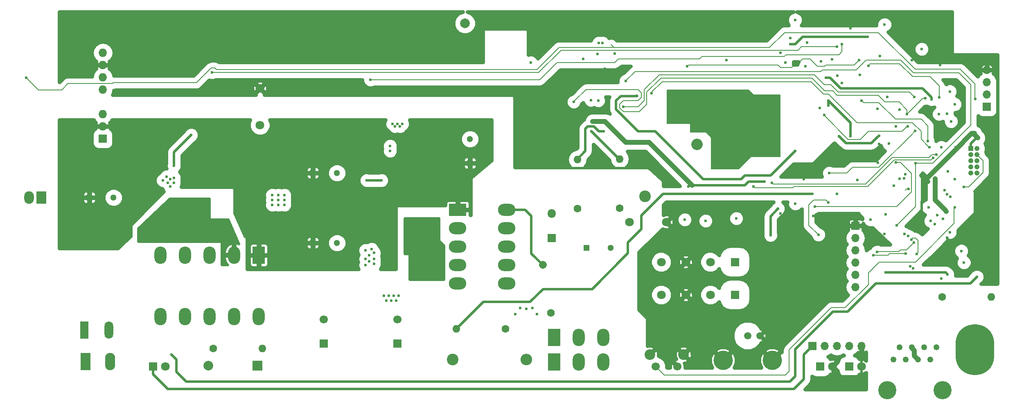
<source format=gbr>
G04 #@! TF.FileFunction,Copper,L4,Bot,Signal*
%FSLAX46Y46*%
G04 Gerber Fmt 4.6, Leading zero omitted, Abs format (unit mm)*
G04 Created by KiCad (PCBNEW 4.0.2-stable) date 06/03/2018 00:18:55*
%MOMM*%
G01*
G04 APERTURE LIST*
%ADD10C,0.100000*%
%ADD11C,1.998980*%
%ADD12R,1.998980X1.998980*%
%ADD13R,1.300000X1.300000*%
%ADD14C,1.300000*%
%ADD15C,1.700000*%
%ADD16R,1.700000X1.700000*%
%ADD17R,1.727200X1.727200*%
%ADD18O,1.727200X1.727200*%
%ADD19O,3.600000X2.500000*%
%ADD20R,3.600000X2.500000*%
%ADD21O,2.500000X3.600000*%
%ADD22R,2.500000X3.600000*%
%ADD23C,1.600000*%
%ADD24O,1.600000X1.600000*%
%ADD25C,2.400000*%
%ADD26O,2.400000X2.400000*%
%ADD27C,2.400000*%
%ADD28C,3.750000*%
%ADD29C,1.250000*%
%ADD30R,2.100000X3.600000*%
%ADD31O,2.100000X3.600000*%
%ADD32O,1.700000X1.700000*%
%ADD33R,1.050000X1.050000*%
%ADD34C,1.050000*%
%ADD35R,1.800000X1.800000*%
%ADD36C,1.800000*%
%ADD37R,1.800000X3.600000*%
%ADD38O,1.800000X3.600000*%
%ADD39C,2.200000*%
%ADD40C,1.600000*%
%ADD41O,1.800000X1.800000*%
%ADD42O,8.000000X10.500000*%
%ADD43R,2.000000X2.600000*%
%ADD44O,2.000000X2.600000*%
%ADD45C,1.500000*%
%ADD46C,4.000000*%
%ADD47C,0.600000*%
%ADD48C,2.000000*%
%ADD49C,0.180000*%
%ADD50C,0.700000*%
%ADD51C,0.500000*%
%ADD52C,1.000000*%
%ADD53C,0.800000*%
%ADD54C,0.200000*%
G04 APERTURE END LIST*
D10*
D11*
X156464000Y-226824540D03*
D12*
X166624000Y-226824540D03*
D13*
X131826000Y-192024000D03*
D14*
X136826000Y-192024000D03*
D13*
X234696000Y-202438000D03*
D14*
X239696000Y-202438000D03*
D13*
X210566000Y-184912000D03*
D14*
X210566000Y-179912000D03*
D15*
X180340000Y-217250000D03*
D16*
X180340000Y-222250000D03*
D15*
X195580000Y-217250000D03*
D16*
X195580000Y-222250000D03*
D13*
X178054000Y-201422000D03*
D14*
X183054000Y-201422000D03*
D17*
X134620000Y-179832000D03*
D18*
X134620000Y-177292000D03*
X134620000Y-174752000D03*
X134620000Y-169672000D03*
X134620000Y-167132000D03*
X134620000Y-164592000D03*
X134620000Y-162052000D03*
D19*
X208026000Y-209804000D03*
X208026000Y-205994000D03*
X218186000Y-209804000D03*
X218186000Y-205994000D03*
X208026000Y-202184000D03*
X208026000Y-198374000D03*
D20*
X208026000Y-194564000D03*
D19*
X218186000Y-194564000D03*
X218186000Y-198374000D03*
X218186000Y-202184000D03*
D21*
X146558000Y-203962000D03*
X151638000Y-203962000D03*
X146558000Y-216662000D03*
X151638000Y-216662000D03*
X156718000Y-203962000D03*
X161798000Y-203962000D03*
D22*
X166878000Y-203962000D03*
D21*
X166878000Y-216662000D03*
X161798000Y-216662000D03*
X156718000Y-216662000D03*
D23*
X217932000Y-219202000D03*
D24*
X207772000Y-219202000D03*
D25*
X207010000Y-225552000D03*
D26*
X222250000Y-225552000D03*
D23*
X157480000Y-223266000D03*
D24*
X167640000Y-223266000D03*
D25*
X246761000Y-191770000D03*
D27*
X257537307Y-180993693D02*
X257537307Y-180993693D01*
D23*
X232791000Y-194310000D03*
D24*
X232791000Y-184150000D03*
D23*
X241554000Y-194183000D03*
D24*
X241554000Y-184023000D03*
D28*
X308356000Y-231902000D03*
D29*
X299466000Y-223012000D03*
D28*
X296924000Y-231902000D03*
D29*
X302006000Y-223012000D03*
X304546000Y-223012000D03*
X307086000Y-223012000D03*
X298196000Y-225552000D03*
X300736000Y-225552000D03*
X303276000Y-225552000D03*
X305816000Y-225552000D03*
D30*
X131000000Y-226000000D03*
D31*
X136080000Y-226000000D03*
D21*
X238160000Y-226080000D03*
X233080000Y-226080000D03*
D22*
X228000000Y-226080000D03*
X228000000Y-221000000D03*
D21*
X233080000Y-221000000D03*
X238160000Y-221000000D03*
D16*
X281432000Y-222758000D03*
D32*
X283972000Y-222758000D03*
X286512000Y-222758000D03*
X289052000Y-222758000D03*
X291592000Y-222758000D03*
D16*
X290322000Y-197866000D03*
D32*
X290322000Y-200406000D03*
X290322000Y-202946000D03*
X290322000Y-205486000D03*
X290322000Y-208026000D03*
X290322000Y-210566000D03*
D33*
X314198000Y-181864000D03*
D34*
X314198000Y-183134000D03*
X314198000Y-184404000D03*
X314198000Y-185674000D03*
X314198000Y-186944000D03*
X315468000Y-183134000D03*
X315468000Y-184404000D03*
X315468000Y-185674000D03*
X315468000Y-186944000D03*
X315468000Y-181864000D03*
D35*
X289000000Y-227000000D03*
D36*
X291540000Y-227000000D03*
D35*
X283000000Y-227000000D03*
D36*
X285540000Y-227000000D03*
D35*
X145000000Y-227000000D03*
D36*
X147540000Y-227000000D03*
D13*
X178054000Y-186944000D03*
D14*
X183054000Y-186944000D03*
D37*
X130810000Y-219456000D03*
D38*
X135890000Y-219456000D03*
D39*
X247750000Y-224500000D03*
X254750000Y-224500000D03*
D15*
X249000000Y-227000000D03*
X253500000Y-227000000D03*
D36*
X260286500Y-212153500D03*
X255206500Y-212153500D03*
X250126500Y-212153500D03*
D35*
X265366500Y-212153500D03*
D36*
X260286500Y-205359000D03*
X255206500Y-205359000D03*
X250126500Y-205359000D03*
D35*
X265366500Y-205359000D03*
D23*
X227330000Y-215900000D03*
D40*
X225565735Y-205894353D02*
X225565735Y-205894353D01*
D35*
X227457000Y-200406000D03*
D41*
X227457000Y-195326000D03*
D36*
X243586000Y-197104000D03*
X251206000Y-197104000D03*
D42*
X315000000Y-223500000D03*
D16*
X317500000Y-173228000D03*
D32*
X317500000Y-170688000D03*
X317500000Y-168148000D03*
X317500000Y-165608000D03*
D43*
X121920000Y-192024000D03*
D44*
X119380000Y-192024000D03*
D23*
X308229000Y-212598000D03*
D24*
X318389000Y-212598000D03*
D45*
X268000000Y-220620000D03*
X270540000Y-220620000D03*
D46*
X273080000Y-225700000D03*
X262920000Y-225700000D03*
D36*
X167132000Y-169418000D03*
X167132000Y-177038000D03*
D47*
X301294800Y-190233300D03*
X309968900Y-191846200D03*
X284734000Y-193040000D03*
X282638500Y-199707500D03*
X313436000Y-208280000D03*
X219964000Y-216154000D03*
X222250000Y-215011000D03*
X220980000Y-214884000D03*
X274828000Y-162078620D03*
X309395106Y-186616094D03*
X308102000Y-208788000D03*
X302260000Y-206629000D03*
X282956000Y-173482000D03*
X279654000Y-188214000D03*
X268986000Y-193294000D03*
X274828000Y-195326000D03*
X240538000Y-158496000D03*
X237045500Y-158432500D03*
X233997500Y-163322000D03*
X236918500Y-162306000D03*
X280289000Y-159893000D03*
X298704000Y-177292000D03*
X290703000Y-188341000D03*
X289306000Y-156972000D03*
X301625000Y-206248000D03*
X307848000Y-164592000D03*
X196596000Y-169164000D03*
X219964000Y-170688000D03*
X219964000Y-183388000D03*
X246532400Y-208508600D03*
X276860000Y-159004000D03*
X277876000Y-164338000D03*
X255524000Y-164846000D03*
X258826000Y-159258000D03*
X258064000Y-158496000D03*
X263652000Y-163576000D03*
X295554400Y-183261000D03*
X295173400Y-180949600D03*
X317500000Y-192278000D03*
X238506000Y-165354000D03*
X312623200Y-207264000D03*
X296926002Y-171195998D03*
X305816000Y-174498000D03*
X294970200Y-184835800D03*
X301193200Y-199948800D03*
X305816000Y-205486000D03*
X300609000Y-187172600D03*
X298246800Y-189560200D03*
X296291000Y-199593200D03*
X309245000Y-200355200D03*
X300431200Y-199593200D03*
X291084000Y-163576000D03*
X302006000Y-163576000D03*
X317855600Y-199632000D03*
X313131200Y-198120000D03*
X282956000Y-187452000D03*
X247186660Y-182924660D03*
X251206000Y-195580000D03*
X250952000Y-194310000D03*
X246634000Y-215646000D03*
X248158000Y-200914000D03*
X253238000Y-198882000D03*
X260604000Y-198120000D03*
X268224000Y-196342000D03*
X287782000Y-200152000D03*
X287782000Y-205740000D03*
X286512000Y-211582000D03*
X280162000Y-215138000D03*
X277876000Y-220472000D03*
X237490000Y-185166000D03*
X236728000Y-185166000D03*
X223520000Y-214884000D03*
X224409000Y-216154000D03*
X194310000Y-213360000D03*
X192786000Y-212344000D03*
X193294000Y-213360000D03*
X195326000Y-213360000D03*
X194818000Y-212344000D03*
X193802000Y-212344000D03*
X195834000Y-212344000D03*
X281559000Y-195834000D03*
X284734000Y-195834000D03*
X277876000Y-193294000D03*
X237998000Y-160020000D03*
X237236000Y-160020000D03*
X291528500Y-171919900D03*
X305308000Y-180340000D03*
X284734000Y-172974000D03*
X289306000Y-179324000D03*
X284734000Y-171958000D03*
X275844000Y-164084000D03*
X286512000Y-191262000D03*
X295198800Y-179222402D03*
X286893000Y-179324000D03*
D48*
X209550000Y-155956000D03*
D47*
X271526000Y-188722000D03*
X255778000Y-189738000D03*
X284175200Y-167208202D03*
X306070000Y-171704000D03*
X235585000Y-171831000D03*
X236982000Y-176276000D03*
X235966000Y-176276000D03*
X147828000Y-177800000D03*
X172212000Y-193548000D03*
X189738000Y-203962000D03*
X189738000Y-205232000D03*
X188976000Y-204724000D03*
X188976000Y-202946000D03*
X190754000Y-203454000D03*
X190754000Y-204724000D03*
X190246000Y-202692000D03*
X195072000Y-177292000D03*
X195580000Y-176784000D03*
X194564000Y-176784000D03*
X196088000Y-177292000D03*
X196596000Y-176784000D03*
X172212000Y-192532000D03*
X170942000Y-193548000D03*
X172212000Y-191516000D03*
X170942000Y-192532000D03*
X170942000Y-191516000D03*
X169672000Y-192532000D03*
X169672000Y-193548000D03*
X169672000Y-191516000D03*
X148590000Y-188214000D03*
X147066000Y-188468000D03*
X149352000Y-188976000D03*
X147828000Y-187706000D03*
X148082000Y-188976000D03*
X149352000Y-187960000D03*
X148590000Y-189738000D03*
X188976000Y-205994000D03*
X190754000Y-205740000D03*
X194056000Y-181356000D03*
X194056000Y-182372000D03*
X281940000Y-193852800D03*
X298678600Y-184772300D03*
X311023000Y-181610000D03*
X314934600Y-178739800D03*
X315595000Y-179679600D03*
X223139000Y-164084000D03*
X305308000Y-188722000D03*
X304038000Y-187452000D03*
X304673000Y-188087000D03*
X277876000Y-160274000D03*
X276860000Y-160274000D03*
X292862000Y-158750000D03*
X281940000Y-158750000D03*
X303530000Y-199136000D03*
X309372000Y-207899000D03*
X302133000Y-207518000D03*
X296545000Y-207518000D03*
X297206620Y-180873400D03*
X296341800Y-156210000D03*
X309118000Y-194881500D03*
X306781200Y-188137800D03*
X255016000Y-196596000D03*
X259334000Y-196850000D03*
D48*
X266192000Y-172212000D03*
X259502000Y-174330000D03*
X266192000Y-183388000D03*
X271272000Y-172212000D03*
X266192000Y-178054000D03*
D47*
X308102000Y-181610000D03*
X304038000Y-161290000D03*
X295402000Y-162687000D03*
X309880000Y-170053000D03*
X305841400Y-196862700D03*
X307200300Y-195668900D03*
X310070500Y-176237900D03*
X248158000Y-170434000D03*
X305612800Y-181635400D03*
X154686000Y-200152000D03*
X151384000Y-200152000D03*
X148844000Y-200152000D03*
X148844000Y-197866000D03*
X148844000Y-195834000D03*
X148844000Y-193294000D03*
X307594000Y-174752000D03*
X309829200Y-199199500D03*
X309245000Y-174625000D03*
X312762900Y-205460600D03*
X308444900Y-196456300D03*
X312750200Y-189826900D03*
X312242200Y-203073000D03*
X294005000Y-203962000D03*
X300685200Y-203657200D03*
X294817800Y-203250800D03*
X302412400Y-201371200D03*
X269240000Y-189738000D03*
X306374800Y-183781700D03*
X265684000Y-196342000D03*
X273050000Y-188976000D03*
X307060600Y-183095900D03*
X310896000Y-188214000D03*
X299466000Y-173799500D03*
X245109994Y-170942000D03*
X277876000Y-182372000D03*
X279984200Y-164820600D03*
X309232300Y-191350900D03*
X308724300Y-190538100D03*
X291211000Y-166624000D03*
X315442600Y-208432400D03*
X148844000Y-224536000D03*
X294894000Y-173609000D03*
X300355000Y-188036200D03*
X235712000Y-178308000D03*
X238252000Y-178308000D03*
X302514000Y-171196000D03*
X242316000Y-173228000D03*
X232029000Y-172212000D03*
X300990000Y-174752000D03*
X304800000Y-171450000D03*
X242824000Y-167894000D03*
X302704500Y-184873900D03*
X298805600Y-197815200D03*
X301091600Y-177317400D03*
X283819600Y-174879000D03*
X277812500Y-155257500D03*
X287515300Y-168351200D03*
X299415200Y-188112400D03*
X149352000Y-185420000D03*
X152908000Y-179070000D03*
X281432000Y-191262000D03*
X284861000Y-186944000D03*
X302641000Y-178181000D03*
X301879000Y-200710800D03*
X303022000Y-203708000D03*
X310896000Y-194081400D03*
X310896000Y-172720000D03*
X292989000Y-164719000D03*
X307632100Y-171259500D03*
X306705000Y-197497700D03*
X157226000Y-166116000D03*
X286512000Y-160782000D03*
X283210000Y-163830000D03*
X293395400Y-196621400D03*
X285483300Y-163385500D03*
X296595800Y-195491100D03*
X305409600Y-194068700D03*
X286588200Y-166827200D03*
X272732500Y-199771000D03*
X274320000Y-194310000D03*
X192278000Y-188468000D03*
X189230000Y-188468000D03*
X202438000Y-207518000D03*
X202438000Y-205232000D03*
X204724000Y-205232000D03*
X204724000Y-202692000D03*
X200152000Y-205486000D03*
X287528000Y-160274000D03*
X189992000Y-167640000D03*
X237109000Y-171958000D03*
X240538000Y-162179000D03*
X118745000Y-167182800D03*
X315137800Y-171602400D03*
D49*
X300603836Y-190500000D02*
X300870536Y-190233300D01*
X300870536Y-190233300D02*
X301294800Y-190233300D01*
X284734000Y-193040000D02*
X284226000Y-192532000D01*
X284226000Y-192532000D02*
X281686000Y-192532000D01*
X281686000Y-192532000D02*
X280670000Y-193548000D01*
X280670000Y-193548000D02*
X280670000Y-197739000D01*
X280670000Y-197739000D02*
X282638500Y-199707500D01*
D50*
X317500000Y-165608000D02*
X319151000Y-165608000D01*
X319151000Y-175641000D02*
X319151000Y-176911000D01*
X319786000Y-175006000D02*
X319151000Y-175641000D01*
X319786000Y-166243000D02*
X319786000Y-175006000D01*
X319151000Y-165608000D02*
X319786000Y-166243000D01*
D51*
X291540000Y-227000000D02*
X291540000Y-223722000D01*
X291540000Y-223722000D02*
X291084000Y-223266000D01*
X285540000Y-227000000D02*
X285540000Y-228009000D01*
X291540000Y-228499600D02*
X291540000Y-227000000D01*
X291033200Y-229006400D02*
X291540000Y-228499600D01*
X286537400Y-229006400D02*
X291033200Y-229006400D01*
X285540000Y-228009000D02*
X286537400Y-229006400D01*
X305816000Y-205486000D02*
X309372000Y-201930000D01*
X309372000Y-201930000D02*
X309372000Y-200482200D01*
X309372000Y-200482200D02*
X309245000Y-200355200D01*
X219964000Y-183388000D02*
X228600000Y-183388000D01*
X228600000Y-183388000D02*
X231140000Y-185928000D01*
X231140000Y-185928000D02*
X243078000Y-185928000D01*
X243078000Y-185928000D02*
X246081340Y-182924660D01*
X246081340Y-182924660D02*
X247186660Y-182924660D01*
D49*
X277876000Y-164338000D02*
X278384000Y-164338000D01*
X278384000Y-164338000D02*
X279400000Y-163322000D01*
X279400000Y-163322000D02*
X280924000Y-163322000D01*
X280924000Y-163322000D02*
X282448000Y-164846000D01*
X282448000Y-164846000D02*
X283972000Y-164846000D01*
X283972000Y-164846000D02*
X284226000Y-164592000D01*
X284226000Y-164592000D02*
X290068000Y-164592000D01*
X290068000Y-164592000D02*
X291084000Y-163576000D01*
X255778000Y-164592000D02*
X274320000Y-164592000D01*
X274320000Y-164592000D02*
X274828000Y-165100000D01*
X274828000Y-165100000D02*
X277114000Y-165100000D01*
X277114000Y-165100000D02*
X277876000Y-164338000D01*
X317855600Y-199632000D02*
X317855600Y-199644000D01*
D50*
X247186660Y-182924660D02*
X247142000Y-182880000D01*
D51*
X281559000Y-195834000D02*
X284734000Y-195834000D01*
D49*
X291947600Y-172339000D02*
X291528500Y-171919900D01*
X291947600Y-172339000D02*
X295148000Y-172339000D01*
X295148000Y-172339000D02*
X298577000Y-175768000D01*
X298577000Y-175768000D02*
X303911000Y-175768000D01*
X303911000Y-175768000D02*
X305308000Y-177165000D01*
X305308000Y-180340000D02*
X305308000Y-177165000D01*
D51*
X284734000Y-171958000D02*
X284734000Y-172974000D01*
X289306000Y-179324000D02*
X289306000Y-176530000D01*
X289306000Y-176530000D02*
X284734000Y-171958000D01*
X294898801Y-179522401D02*
X295198800Y-179222402D01*
X293624002Y-180797200D02*
X294898801Y-179522401D01*
X286893000Y-179324000D02*
X288366200Y-180797200D01*
X288366200Y-180797200D02*
X293624002Y-180797200D01*
X218186000Y-194564000D02*
X221996000Y-194564000D01*
X223266000Y-203594618D02*
X225565735Y-205894353D01*
X223266000Y-195834000D02*
X223266000Y-203594618D01*
X221996000Y-194564000D02*
X223266000Y-195834000D01*
X256032000Y-189484000D02*
X256540000Y-189484000D01*
X255778000Y-189738000D02*
X256032000Y-189484000D01*
D52*
X247396000Y-180594000D02*
X247650000Y-180594000D01*
X247650000Y-180594000D02*
X256540000Y-189484000D01*
D51*
X268224000Y-188722000D02*
X271526000Y-188722000D01*
X256540000Y-189484000D02*
X267462000Y-189484000D01*
X267462000Y-189484000D02*
X268224000Y-188722000D01*
X284599464Y-167208202D02*
X284175200Y-167208202D01*
X285064202Y-167208202D02*
X284599464Y-167208202D01*
X287274000Y-169418000D02*
X285064202Y-167208202D01*
X306070000Y-171279736D02*
X304208264Y-169418000D01*
X304208264Y-169418000D02*
X287274000Y-169418000D01*
X306070000Y-171704000D02*
X306070000Y-171279736D01*
D52*
X236982000Y-176276000D02*
X235966000Y-176276000D01*
X247396000Y-180594000D02*
X242824000Y-180594000D01*
X242824000Y-180594000D02*
X238506000Y-176276000D01*
X238506000Y-176276000D02*
X236982000Y-176276000D01*
D49*
X281940000Y-193852800D02*
X298856400Y-193852800D01*
X301854801Y-190854399D02*
X301854801Y-186996001D01*
X298856400Y-193852800D02*
X301854801Y-190854399D01*
X299631100Y-184772300D02*
X298678600Y-184772300D01*
X301854801Y-186996001D02*
X299631100Y-184772300D01*
X311023000Y-181610000D02*
X311264300Y-181851300D01*
X311264300Y-181851300D02*
X311023000Y-181610000D01*
X311023000Y-181610000D02*
X311023000Y-182092600D01*
D52*
X304673000Y-188087000D02*
X305028600Y-188087000D01*
X305028600Y-188087000D02*
X311023000Y-182092600D01*
X311023000Y-182092600D02*
X314375800Y-178739800D01*
X314510336Y-178739800D02*
X314934600Y-178739800D01*
X314375800Y-178739800D02*
X314510336Y-178739800D01*
X314934600Y-179019200D02*
X314934600Y-178739800D01*
X315595000Y-179679600D02*
X314934600Y-179019200D01*
D51*
X314198000Y-181864000D02*
X314198000Y-180839000D01*
X314198000Y-180839000D02*
X315357400Y-179679600D01*
X315357400Y-179679600D02*
X315595000Y-179679600D01*
X304673000Y-188087000D02*
X304673000Y-192151000D01*
X304673000Y-192151000D02*
X304038000Y-192786000D01*
X304038000Y-192786000D02*
X304038000Y-198628000D01*
X304038000Y-198628000D02*
X303530000Y-199136000D01*
D52*
X304673000Y-188087000D02*
X304038000Y-187452000D01*
X304673000Y-188087000D02*
X305308000Y-188722000D01*
D51*
X281940000Y-158750000D02*
X279400000Y-158750000D01*
X279400000Y-158750000D02*
X277876000Y-160274000D01*
X277876000Y-160274000D02*
X276860000Y-160274000D01*
X292862000Y-158750000D02*
X281940000Y-158750000D01*
X296545000Y-207518000D02*
X302133000Y-207518000D01*
X302133000Y-207518000D02*
X308991000Y-207518000D01*
X308991000Y-207518000D02*
X309372000Y-207899000D01*
D52*
X306781200Y-192544700D02*
X308818001Y-194581501D01*
X306781200Y-188137800D02*
X306781200Y-192544700D01*
X308818001Y-194581501D02*
X309118000Y-194881500D01*
D51*
X259502000Y-174330000D02*
X259588000Y-174244000D01*
X266192000Y-178054000D02*
X266192000Y-177800000D01*
D49*
X284683200Y-170561000D02*
X283718000Y-170561000D01*
X248158000Y-170180000D02*
X250317000Y-168021000D01*
X250317000Y-168021000D02*
X281178000Y-168021000D01*
X281178000Y-168021000D02*
X283718000Y-170561000D01*
X248158000Y-170180000D02*
X248158000Y-170434000D01*
X303911000Y-179933600D02*
X305312801Y-181335401D01*
X302082200Y-176517300D02*
X303911000Y-178346100D01*
X284683200Y-170561000D02*
X290639500Y-176517300D01*
X290639500Y-176517300D02*
X302082200Y-176517300D01*
X303911000Y-178346100D02*
X303911000Y-179933600D01*
X305312801Y-181335401D02*
X305612800Y-181635400D01*
X313771364Y-189826900D02*
X313174464Y-189826900D01*
X316738000Y-186860264D02*
X313771364Y-189826900D01*
X316738000Y-184404000D02*
X316738000Y-186860264D01*
X315468000Y-183134000D02*
X316738000Y-184404000D01*
X313174464Y-189826900D02*
X312750200Y-189826900D01*
X297357800Y-203657200D02*
X297053000Y-203962000D01*
X297053000Y-203962000D02*
X294005000Y-203962000D01*
X300685200Y-203657200D02*
X297357800Y-203657200D01*
X294843200Y-203225400D02*
X294817800Y-203250800D01*
X299237400Y-203225400D02*
X294843200Y-203225400D01*
X299593000Y-202869800D02*
X299237400Y-203225400D01*
X300913800Y-202869800D02*
X299593000Y-202869800D01*
X302412400Y-201371200D02*
X300913800Y-202869800D01*
D52*
X302006000Y-223012000D02*
X302006000Y-223139000D01*
X302006000Y-223139000D02*
X302514000Y-223647000D01*
X302514000Y-223647000D02*
X302514000Y-224790000D01*
X302514000Y-224790000D02*
X303276000Y-225552000D01*
D49*
X269748000Y-189992000D02*
X269494000Y-189992000D01*
X269494000Y-189992000D02*
X269240000Y-189738000D01*
X306374800Y-183781700D02*
X305944201Y-184212299D01*
X305944201Y-184212299D02*
X298324201Y-184212299D01*
X298324201Y-184212299D02*
X292798500Y-189738000D01*
X292798500Y-189738000D02*
X277586302Y-189738000D01*
X277586302Y-189738000D02*
X277332302Y-189992000D01*
X277332302Y-189992000D02*
X269748000Y-189992000D01*
X273304000Y-189230000D02*
X273050000Y-188976000D01*
X273304000Y-189230000D02*
X274574000Y-189230000D01*
X307060600Y-183095900D02*
X306158900Y-183095900D01*
X292430200Y-189230000D02*
X274574000Y-189230000D01*
X297929300Y-183730900D02*
X292430200Y-189230000D01*
X305523900Y-183730900D02*
X297929300Y-183730900D01*
X306158900Y-183095900D02*
X305523900Y-183730900D01*
X274574000Y-189230000D02*
X274535900Y-189230000D01*
D51*
X254508000Y-183896000D02*
X258826000Y-188214000D01*
X245158506Y-170990506D02*
X245110000Y-170942000D01*
X241759494Y-170990506D02*
X245158506Y-170990506D01*
X240792000Y-171958000D02*
X241759494Y-170990506D01*
X240792000Y-173736000D02*
X240792000Y-171958000D01*
X245110000Y-170942000D02*
X245109994Y-170942000D01*
X245364000Y-178308000D02*
X240792000Y-173736000D01*
X248920000Y-178308000D02*
X254508000Y-183896000D01*
X245364000Y-178308000D02*
X248920000Y-178308000D01*
X272796000Y-187452000D02*
X277876000Y-182372000D01*
X267462000Y-187452000D02*
X272796000Y-187452000D01*
X266700000Y-188214000D02*
X267462000Y-187452000D01*
X258826000Y-188214000D02*
X266700000Y-188214000D01*
X148844000Y-224536000D02*
X149860000Y-225552000D01*
X149860000Y-225552000D02*
X149860000Y-228092000D01*
X149860000Y-228092000D02*
X151892000Y-230124000D01*
X151892000Y-230124000D02*
X276733000Y-230124000D01*
X276733000Y-230124000D02*
X277876000Y-228981000D01*
X277876000Y-228981000D02*
X277876000Y-223393000D01*
X277876000Y-223393000D02*
X285623000Y-215646000D01*
X314071000Y-209804000D02*
X315442600Y-208432400D01*
X285623000Y-215646000D02*
X288696400Y-215646000D01*
X288696400Y-215646000D02*
X294538400Y-209804000D01*
X294538400Y-209804000D02*
X314071000Y-209804000D01*
X241554000Y-184023000D02*
X241427000Y-184023000D01*
X241427000Y-184023000D02*
X235712000Y-178308000D01*
X234950000Y-177292000D02*
X236220000Y-177292000D01*
X236220000Y-177292000D02*
X237236000Y-178308000D01*
X237236000Y-178308000D02*
X238252000Y-178308000D01*
X232791000Y-184150000D02*
X232791000Y-184023000D01*
X232791000Y-184023000D02*
X234442000Y-182372000D01*
X234442000Y-177800000D02*
X234950000Y-177292000D01*
X234442000Y-182372000D02*
X234442000Y-177800000D01*
D49*
X242316000Y-173228000D02*
X245364000Y-173228000D01*
X245364000Y-173228000D02*
X246634000Y-171958000D01*
X249707400Y-166598600D02*
X281838400Y-166598600D01*
X286740600Y-170180000D02*
X301498000Y-170180000D01*
X246634000Y-171958000D02*
X246634000Y-169672000D01*
X301498000Y-170180000D02*
X302514000Y-171196000D01*
X246634000Y-169672000D02*
X249707400Y-166598600D01*
X281838400Y-166598600D02*
X283895800Y-168656000D01*
X283895800Y-168656000D02*
X285216600Y-168656000D01*
X285216600Y-168656000D02*
X286740600Y-170180000D01*
X285242000Y-169926000D02*
X285623000Y-169926000D01*
X232328999Y-171912001D02*
X232029000Y-172212000D01*
X234569000Y-169672000D02*
X232328999Y-171912001D01*
X245364000Y-169672000D02*
X234569000Y-169672000D01*
X246049800Y-170357800D02*
X245364000Y-169672000D01*
X245364000Y-171958000D02*
X246049800Y-171272200D01*
X241554000Y-173482000D02*
X241554000Y-172694600D01*
X241554000Y-172694600D02*
X242290600Y-171958000D01*
X242290600Y-171958000D02*
X245364000Y-171958000D01*
X250037600Y-167284400D02*
X247142000Y-170180000D01*
X247142000Y-170180000D02*
X247142000Y-172720000D01*
X247142000Y-172720000D02*
X245592600Y-174269400D01*
X245592600Y-174269400D02*
X242341400Y-174269400D01*
X242341400Y-174269400D02*
X241554000Y-173482000D01*
X281330400Y-167284400D02*
X250037600Y-167284400D01*
X285242000Y-169926000D02*
X283972000Y-169926000D01*
X283972000Y-169926000D02*
X281330400Y-167284400D01*
X246049800Y-171272200D02*
X246049800Y-170357800D01*
X300990000Y-173863000D02*
X300990000Y-174752000D01*
X299339000Y-172212000D02*
X300990000Y-173863000D01*
X296418000Y-172212000D02*
X299339000Y-172212000D01*
X295021000Y-170815000D02*
X296418000Y-172212000D01*
X286512000Y-170815000D02*
X295021000Y-170815000D01*
X285623000Y-169926000D02*
X286512000Y-170815000D01*
X300990000Y-174752000D02*
X304292000Y-171450000D01*
X304292000Y-171450000D02*
X304800000Y-171450000D01*
X242824000Y-167894000D02*
X242824000Y-167843200D01*
X302742600Y-184912000D02*
X302704500Y-184873900D01*
X242824000Y-167843200D02*
X244703600Y-165963600D01*
X314198000Y-177038000D02*
X306324000Y-184912000D01*
X244703600Y-165963600D02*
X283108400Y-165963600D01*
X299720000Y-163576000D02*
X302310800Y-166166800D01*
X283108400Y-165963600D02*
X283464000Y-165608000D01*
X283464000Y-165608000D02*
X290449000Y-165608000D01*
X290449000Y-165608000D02*
X292481000Y-163576000D01*
X292481000Y-163576000D02*
X299720000Y-163576000D01*
X302310800Y-166166800D02*
X311708800Y-166166800D01*
X311708800Y-166166800D02*
X314198000Y-168656000D01*
X314198000Y-168656000D02*
X314198000Y-177038000D01*
X306324000Y-184912000D02*
X302742600Y-184912000D01*
X302704500Y-184873900D02*
X302704500Y-193916300D01*
X302704500Y-193916300D02*
X298805600Y-197815200D01*
X301091600Y-177317400D02*
X300939200Y-177317400D01*
X300939200Y-177317400D02*
X299948600Y-178308000D01*
X299948600Y-178308000D02*
X292989000Y-178308000D01*
X292989000Y-178308000D02*
X291287200Y-180009800D01*
X291287200Y-180009800D02*
X288798000Y-180009800D01*
X288798000Y-180009800D02*
X283819600Y-175031400D01*
X283819600Y-175031400D02*
X283819600Y-174879000D01*
D51*
X149352000Y-182626000D02*
X149352000Y-185420000D01*
X152908000Y-179070000D02*
X149352000Y-182626000D01*
X250571000Y-191262000D02*
X250520200Y-191262000D01*
X243255800Y-203530200D02*
X242620800Y-204165200D01*
X235839000Y-210947000D02*
X242620800Y-204165200D01*
X281432000Y-191262000D02*
X250571000Y-191262000D01*
X243255800Y-203377800D02*
X243255800Y-203530200D01*
X223012000Y-213614000D02*
X225679000Y-210947000D01*
X225679000Y-210947000D02*
X235839000Y-210947000D01*
X213360000Y-213614000D02*
X207772000Y-219202000D01*
X213360000Y-213614000D02*
X223012000Y-213614000D01*
X243255800Y-201295000D02*
X243255800Y-203377800D01*
X246024400Y-198526400D02*
X243255800Y-201295000D01*
X246024400Y-195757800D02*
X246024400Y-198526400D01*
X250520200Y-191262000D02*
X246024400Y-195757800D01*
D49*
X302641000Y-178181000D02*
X302641000Y-178257200D01*
X295109900Y-185788300D02*
X301701200Y-179197000D01*
X289699700Y-185788300D02*
X295109900Y-185788300D01*
X288544000Y-186944000D02*
X289699700Y-185788300D01*
X284861000Y-186944000D02*
X288544000Y-186944000D01*
X302641000Y-178257200D02*
X301701200Y-179197000D01*
X302183800Y-200406000D02*
X301879000Y-200710800D01*
X302768000Y-200406000D02*
X302183800Y-200406000D01*
X303276000Y-200914000D02*
X302768000Y-200406000D01*
X303276000Y-203454000D02*
X303276000Y-200914000D01*
X303022000Y-203708000D02*
X303276000Y-203454000D01*
X310896000Y-194081400D02*
X310730900Y-194246500D01*
X310730900Y-194246500D02*
X310730900Y-197370700D01*
X310730900Y-197370700D02*
X302742600Y-205359000D01*
X302742600Y-205359000D02*
X295236900Y-205359000D01*
X295236900Y-205359000D02*
X292976300Y-207619600D01*
X292976300Y-207619600D02*
X292976300Y-210070700D01*
X292976300Y-210070700D02*
X288213800Y-214833200D01*
X275844000Y-228727000D02*
X250727000Y-228727000D01*
X250727000Y-228727000D02*
X249000000Y-227000000D01*
X288213800Y-214833200D02*
X285292800Y-214833200D01*
X285292800Y-214833200D02*
X276580600Y-223545400D01*
X276580600Y-223545400D02*
X276580600Y-227990400D01*
X276580600Y-227990400D02*
X275844000Y-228727000D01*
X292989000Y-164719000D02*
X293370000Y-164338000D01*
X293370000Y-164338000D02*
X299466000Y-164338000D01*
X299466000Y-164338000D02*
X302107600Y-166979600D01*
X302107600Y-166979600D02*
X305663600Y-166979600D01*
X305663600Y-166979600D02*
X307632100Y-168948100D01*
X307632100Y-168948100D02*
X307632100Y-171259500D01*
X278409400Y-161518600D02*
X229387400Y-161518600D01*
X229387400Y-161518600D02*
X224790000Y-166116000D01*
X279146000Y-160782000D02*
X278409400Y-161518600D01*
X286512000Y-160782000D02*
X279146000Y-160782000D01*
X224790000Y-166116000D02*
X157226000Y-166116000D01*
D51*
X272732500Y-199771000D02*
X272732500Y-195897500D01*
X272732500Y-195897500D02*
X274320000Y-194310000D01*
X189230000Y-188468000D02*
X192278000Y-188468000D01*
D49*
X287528000Y-160274000D02*
X287528000Y-161798000D01*
X287528000Y-161798000D02*
X286867600Y-162458400D01*
X286867600Y-162458400D02*
X275945600Y-162458400D01*
X275945600Y-162458400D02*
X275590000Y-162814000D01*
X275590000Y-162814000D02*
X258572000Y-162814000D01*
X228600000Y-164084000D02*
X225044000Y-167640000D01*
X258572000Y-162814000D02*
X258064000Y-163322000D01*
X258064000Y-163322000D02*
X241300000Y-163322000D01*
X241300000Y-163322000D02*
X240538000Y-164084000D01*
X225044000Y-167640000D02*
X189992000Y-167640000D01*
X240538000Y-164084000D02*
X228600000Y-164084000D01*
D51*
X281432000Y-222758000D02*
X279654000Y-224536000D01*
X145000000Y-228566000D02*
X145000000Y-227000000D01*
X277622000Y-231648000D02*
X148082000Y-231648000D01*
X279654000Y-229616000D02*
X277622000Y-231648000D01*
X279654000Y-224536000D02*
X279654000Y-229616000D01*
X148082000Y-231648000D02*
X145000000Y-228566000D01*
X145000000Y-227000000D02*
X145000000Y-227550000D01*
D49*
X240334800Y-160985200D02*
X228981000Y-160985200D01*
X157048200Y-165176200D02*
X153968799Y-168255601D01*
X127406400Y-168427400D02*
X126085600Y-169748200D01*
X228981000Y-160985200D02*
X224459800Y-165506400D01*
X158115000Y-165506400D02*
X157784800Y-165176200D01*
X157784800Y-165176200D02*
X157048200Y-165176200D01*
X224459800Y-165506400D02*
X158115000Y-165506400D01*
X153968799Y-168255601D02*
X136747599Y-168255601D01*
X136747599Y-168255601D02*
X136575800Y-168427400D01*
X126085600Y-169748200D02*
X121310400Y-169748200D01*
X136575800Y-168427400D02*
X127406400Y-168427400D01*
X121310400Y-169748200D02*
X118745000Y-167182800D01*
X315137800Y-171602400D02*
X315036200Y-171500800D01*
X315036200Y-171500800D02*
X315036200Y-168503600D01*
X315036200Y-168503600D02*
X311988200Y-165455600D01*
X311988200Y-165455600D02*
X302666400Y-165455600D01*
X302666400Y-165455600D02*
X295071800Y-157861000D01*
X295071800Y-157861000D02*
X275640800Y-157861000D01*
X275640800Y-157861000D02*
X272516600Y-160985200D01*
X272516600Y-160985200D02*
X240334800Y-160985200D01*
X240334800Y-160985200D02*
X239725200Y-160375600D01*
D53*
G36*
X287927806Y-224704974D02*
X287581191Y-224770194D01*
X287104697Y-225076809D01*
X286785034Y-225544651D01*
X286681499Y-226055920D01*
X286638072Y-226043349D01*
X285681421Y-227000000D01*
X286638072Y-227956651D01*
X286680900Y-227944254D01*
X286770194Y-228418809D01*
X287076809Y-228895303D01*
X287544651Y-229214966D01*
X288100000Y-229327427D01*
X289900000Y-229327427D01*
X290418809Y-229229806D01*
X290895303Y-228923191D01*
X291142130Y-228561948D01*
X291257123Y-228606633D01*
X291893488Y-228592588D01*
X292416176Y-228376084D01*
X292462000Y-228217779D01*
X292462000Y-231756000D01*
X279847452Y-231756000D01*
X280820726Y-230782726D01*
X280922106Y-230631000D01*
X281178401Y-230247428D01*
X281304000Y-229616000D01*
X281304000Y-229050536D01*
X281544651Y-229214966D01*
X282100000Y-229327427D01*
X283900000Y-229327427D01*
X284418809Y-229229806D01*
X284895303Y-228923191D01*
X285142130Y-228561948D01*
X285257123Y-228606633D01*
X285893488Y-228592588D01*
X286416176Y-228376084D01*
X286496651Y-228098072D01*
X285540000Y-227141421D01*
X285525858Y-227155564D01*
X285384437Y-227014143D01*
X285398579Y-227000000D01*
X285384437Y-226985858D01*
X285525858Y-226844437D01*
X285540000Y-226858579D01*
X286496651Y-225901928D01*
X286416176Y-225623916D01*
X285822877Y-225393367D01*
X285186512Y-225407412D01*
X285132404Y-225429824D01*
X284923191Y-225104697D01*
X284649075Y-224917401D01*
X284833038Y-224880809D01*
X285242000Y-224607549D01*
X285650962Y-224880809D01*
X286512000Y-225052080D01*
X287373038Y-224880809D01*
X287782000Y-224607549D01*
X287927806Y-224704974D01*
X287927806Y-224704974D01*
G37*
X287927806Y-224704974D02*
X287581191Y-224770194D01*
X287104697Y-225076809D01*
X286785034Y-225544651D01*
X286681499Y-226055920D01*
X286638072Y-226043349D01*
X285681421Y-227000000D01*
X286638072Y-227956651D01*
X286680900Y-227944254D01*
X286770194Y-228418809D01*
X287076809Y-228895303D01*
X287544651Y-229214966D01*
X288100000Y-229327427D01*
X289900000Y-229327427D01*
X290418809Y-229229806D01*
X290895303Y-228923191D01*
X291142130Y-228561948D01*
X291257123Y-228606633D01*
X291893488Y-228592588D01*
X292416176Y-228376084D01*
X292462000Y-228217779D01*
X292462000Y-231756000D01*
X279847452Y-231756000D01*
X280820726Y-230782726D01*
X280922106Y-230631000D01*
X281178401Y-230247428D01*
X281304000Y-229616000D01*
X281304000Y-229050536D01*
X281544651Y-229214966D01*
X282100000Y-229327427D01*
X283900000Y-229327427D01*
X284418809Y-229229806D01*
X284895303Y-228923191D01*
X285142130Y-228561948D01*
X285257123Y-228606633D01*
X285893488Y-228592588D01*
X286416176Y-228376084D01*
X286496651Y-228098072D01*
X285540000Y-227141421D01*
X285525858Y-227155564D01*
X285384437Y-227014143D01*
X285398579Y-227000000D01*
X285384437Y-226985858D01*
X285525858Y-226844437D01*
X285540000Y-226858579D01*
X286496651Y-225901928D01*
X286416176Y-225623916D01*
X285822877Y-225393367D01*
X285186512Y-225407412D01*
X285132404Y-225429824D01*
X284923191Y-225104697D01*
X284649075Y-224917401D01*
X284833038Y-224880809D01*
X285242000Y-224607549D01*
X285650962Y-224880809D01*
X286512000Y-225052080D01*
X287373038Y-224880809D01*
X287782000Y-224607549D01*
X287927806Y-224704974D01*
G36*
X272879650Y-193345770D02*
X272829143Y-193467405D01*
X271565774Y-194730774D01*
X271208099Y-195266072D01*
X271082500Y-195897500D01*
X271082500Y-199311665D01*
X271032796Y-199431366D01*
X271032206Y-200107667D01*
X271290470Y-200732715D01*
X271768270Y-201211350D01*
X272392866Y-201470704D01*
X273069167Y-201471294D01*
X273694215Y-201213030D01*
X274172850Y-200735230D01*
X274432204Y-200110634D01*
X274432794Y-199434333D01*
X274382500Y-199312612D01*
X274382500Y-196580952D01*
X275161927Y-195801525D01*
X275281715Y-195752030D01*
X275760350Y-195274230D01*
X276019704Y-194649634D01*
X276020294Y-193973333D01*
X275762030Y-193348285D01*
X275326506Y-192912000D01*
X276193888Y-192912000D01*
X276176296Y-192954366D01*
X276175706Y-193630667D01*
X276433970Y-194255715D01*
X276911770Y-194734350D01*
X277536366Y-194993704D01*
X278212667Y-194994294D01*
X278837715Y-194736030D01*
X279180000Y-194394342D01*
X279180000Y-197739000D01*
X279293419Y-198309199D01*
X279616411Y-198792589D01*
X280987648Y-200163826D01*
X281196470Y-200669215D01*
X281674270Y-201147850D01*
X282298866Y-201407204D01*
X282975167Y-201407794D01*
X283600215Y-201149530D01*
X284078850Y-200671730D01*
X284338204Y-200047134D01*
X284338794Y-199370833D01*
X284080530Y-198745785D01*
X283602730Y-198267150D01*
X283094146Y-198055968D01*
X282160000Y-197121822D01*
X282160000Y-196876762D01*
X288772000Y-196876762D01*
X288772000Y-197591000D01*
X288947000Y-197766000D01*
X290222000Y-197766000D01*
X290222000Y-196491000D01*
X290047000Y-196316000D01*
X289332761Y-196316000D01*
X289075482Y-196422569D01*
X288878568Y-196619482D01*
X288772000Y-196876762D01*
X282160000Y-196876762D01*
X282160000Y-195552992D01*
X282276667Y-195553094D01*
X282785618Y-195342800D01*
X290941402Y-195342800D01*
X290969514Y-195481622D01*
X291062696Y-195616185D01*
X291715071Y-196235105D01*
X291695696Y-196281766D01*
X291695462Y-196549513D01*
X291568518Y-196422569D01*
X291311239Y-196316000D01*
X290597000Y-196316000D01*
X290422000Y-196491000D01*
X290422000Y-197766000D01*
X291697000Y-197766000D01*
X291872000Y-197591000D01*
X291872000Y-197386184D01*
X291953370Y-197583115D01*
X292431170Y-198061750D01*
X293055766Y-198321104D01*
X293732067Y-198321694D01*
X293859116Y-198269199D01*
X297512679Y-201735400D01*
X295601289Y-201735400D01*
X295157434Y-201551096D01*
X294481133Y-201550506D01*
X293856085Y-201808770D01*
X293377450Y-202286570D01*
X293329670Y-202401639D01*
X293043285Y-202519970D01*
X292615973Y-202946536D01*
X292616080Y-202946000D01*
X292444809Y-202084962D01*
X292171549Y-201676000D01*
X292444809Y-201267038D01*
X292616080Y-200406000D01*
X292444809Y-199544962D01*
X291957070Y-198815010D01*
X291872000Y-198758168D01*
X291872000Y-198141000D01*
X291697000Y-197966000D01*
X290422000Y-197966000D01*
X290422000Y-197986000D01*
X290222000Y-197986000D01*
X290222000Y-197966000D01*
X288947000Y-197966000D01*
X288772000Y-198141000D01*
X288772000Y-198758168D01*
X288686930Y-198815010D01*
X288199191Y-199544962D01*
X288027920Y-200406000D01*
X288199191Y-201267038D01*
X288472451Y-201676000D01*
X288199191Y-202084962D01*
X288027920Y-202946000D01*
X288199191Y-203807038D01*
X288472451Y-204216000D01*
X288199191Y-204624962D01*
X288027920Y-205486000D01*
X288199191Y-206347038D01*
X288472451Y-206756000D01*
X288199191Y-207164962D01*
X288027920Y-208026000D01*
X288199191Y-208887038D01*
X288472451Y-209296000D01*
X288199191Y-209704962D01*
X288027920Y-210566000D01*
X288199191Y-211427038D01*
X288686930Y-212156990D01*
X288744419Y-212195403D01*
X287596622Y-213343200D01*
X285292800Y-213343200D01*
X284722602Y-213456619D01*
X284289382Y-213746088D01*
X284239211Y-213779611D01*
X275527011Y-222491811D01*
X275204019Y-222975201D01*
X275121625Y-223389427D01*
X275090600Y-223545400D01*
X275090600Y-224014024D01*
X274972187Y-223949235D01*
X273221421Y-225700000D01*
X273235564Y-225714142D01*
X273094142Y-225855564D01*
X273080000Y-225841421D01*
X273065858Y-225855564D01*
X272924436Y-225714142D01*
X272938579Y-225700000D01*
X271187813Y-223949235D01*
X270795552Y-224163858D01*
X270381589Y-225155009D01*
X270378434Y-226229132D01*
X270786568Y-227222698D01*
X270795552Y-227236142D01*
X270797120Y-227237000D01*
X265202880Y-227237000D01*
X265204448Y-227236142D01*
X265618411Y-226244991D01*
X265621566Y-225170868D01*
X265213432Y-224177302D01*
X265204448Y-224163858D01*
X264812187Y-223949235D01*
X263061421Y-225700000D01*
X263075564Y-225714142D01*
X262934142Y-225855564D01*
X262920000Y-225841421D01*
X262905858Y-225855564D01*
X262764436Y-225714142D01*
X262778579Y-225700000D01*
X261027813Y-223949235D01*
X260635552Y-224163858D01*
X260221589Y-225155009D01*
X260218434Y-226229132D01*
X260626568Y-227222698D01*
X260635552Y-227236142D01*
X260637120Y-227237000D01*
X255056149Y-227237000D01*
X255042138Y-226654503D01*
X254894473Y-226298008D01*
X255135442Y-226294334D01*
X255746237Y-226041333D01*
X255851142Y-225742563D01*
X254750000Y-224641421D01*
X254735858Y-224655564D01*
X254594437Y-224514143D01*
X254608579Y-224500000D01*
X254891421Y-224500000D01*
X255992563Y-225601142D01*
X256291333Y-225496237D01*
X256555250Y-224830560D01*
X256544334Y-224114558D01*
X256417276Y-223807813D01*
X261169235Y-223807813D01*
X262920000Y-225558579D01*
X264670765Y-223807813D01*
X271329235Y-223807813D01*
X273080000Y-225558579D01*
X274830765Y-223807813D01*
X274616142Y-223415552D01*
X273624991Y-223001589D01*
X272550868Y-222998434D01*
X271557302Y-223406568D01*
X271543858Y-223415552D01*
X271329235Y-223807813D01*
X264670765Y-223807813D01*
X264456142Y-223415552D01*
X263464991Y-223001589D01*
X262390868Y-222998434D01*
X261397302Y-223406568D01*
X261383858Y-223415552D01*
X261169235Y-223807813D01*
X256417276Y-223807813D01*
X256291333Y-223503763D01*
X255992563Y-223398858D01*
X254891421Y-224500000D01*
X254608579Y-224500000D01*
X253507437Y-223398858D01*
X253208667Y-223503763D01*
X252944750Y-224169440D01*
X252955666Y-224885442D01*
X253192394Y-225456951D01*
X253154503Y-225457862D01*
X252653847Y-225665240D01*
X252579486Y-225938064D01*
X253500000Y-226858579D01*
X253514142Y-226844436D01*
X253655564Y-226985858D01*
X253641421Y-227000000D01*
X253655564Y-227014143D01*
X253514143Y-227155564D01*
X253500000Y-227141421D01*
X253485858Y-227155564D01*
X253344437Y-227014143D01*
X253358579Y-227000000D01*
X252438064Y-226079486D01*
X252165240Y-226153847D01*
X251943034Y-226729047D01*
X251955252Y-227237000D01*
X251344178Y-227237000D01*
X251249876Y-227142698D01*
X251250390Y-226554411D01*
X250908569Y-225727142D01*
X250276187Y-225093655D01*
X249554694Y-224794065D01*
X249544334Y-224114558D01*
X249291333Y-223503763D01*
X248992563Y-223398858D01*
X247891421Y-224500000D01*
X247905564Y-224514143D01*
X247764143Y-224655564D01*
X247750000Y-224641421D01*
X247735858Y-224655564D01*
X247594437Y-224514143D01*
X247608579Y-224500000D01*
X247594437Y-224485858D01*
X247735858Y-224344437D01*
X247750000Y-224358579D01*
X248851142Y-223257437D01*
X253648858Y-223257437D01*
X254750000Y-224358579D01*
X255851142Y-223257437D01*
X255746237Y-222958667D01*
X255080560Y-222694750D01*
X254364558Y-222705666D01*
X253753763Y-222958667D01*
X253648858Y-223257437D01*
X248851142Y-223257437D01*
X248746237Y-222958667D01*
X248080560Y-222694750D01*
X247364558Y-222705666D01*
X247288000Y-222737378D01*
X247288000Y-221243825D01*
X264849455Y-221243825D01*
X265328003Y-222402001D01*
X266213339Y-223288883D01*
X267370677Y-223769452D01*
X268623825Y-223770545D01*
X269782001Y-223291997D01*
X270668883Y-222406661D01*
X270811640Y-222062863D01*
X270869513Y-222061218D01*
X271326094Y-221872096D01*
X271388221Y-221609642D01*
X271113789Y-221335210D01*
X271149452Y-221249323D01*
X271149593Y-221088172D01*
X271529642Y-221468221D01*
X271792096Y-221406094D01*
X271997612Y-220867100D01*
X271981218Y-220290487D01*
X271792096Y-219833906D01*
X271529642Y-219771779D01*
X271150410Y-220151011D01*
X271150545Y-219996175D01*
X271113079Y-219905500D01*
X271388221Y-219630358D01*
X271326094Y-219367904D01*
X270809572Y-219170957D01*
X270671997Y-218837999D01*
X269786661Y-217951117D01*
X268629323Y-217470548D01*
X267376175Y-217469455D01*
X266217999Y-217948003D01*
X265331117Y-218833339D01*
X264850548Y-219990677D01*
X264849455Y-221243825D01*
X247288000Y-221243825D01*
X247288000Y-217170000D01*
X247256486Y-217014378D01*
X247170843Y-216887157D01*
X245510000Y-215226314D01*
X245510000Y-212608991D01*
X247826101Y-212608991D01*
X248175518Y-213454643D01*
X248821953Y-214102208D01*
X249666995Y-214453100D01*
X250581991Y-214453899D01*
X251427643Y-214104482D01*
X252075208Y-213458047D01*
X252160943Y-213251572D01*
X254249849Y-213251572D01*
X254330324Y-213529584D01*
X254923623Y-213760133D01*
X255559988Y-213746088D01*
X256082676Y-213529584D01*
X256163151Y-213251572D01*
X255206500Y-212294921D01*
X254249849Y-213251572D01*
X252160943Y-213251572D01*
X252426100Y-212613005D01*
X252426748Y-211870623D01*
X253599867Y-211870623D01*
X253613912Y-212506988D01*
X253830416Y-213029676D01*
X254108428Y-213110151D01*
X255065079Y-212153500D01*
X255347921Y-212153500D01*
X256304572Y-213110151D01*
X256582584Y-213029676D01*
X256746057Y-212608991D01*
X257986101Y-212608991D01*
X258335518Y-213454643D01*
X258981953Y-214102208D01*
X259826995Y-214453100D01*
X260741991Y-214453899D01*
X261587643Y-214104482D01*
X262117679Y-213575371D01*
X262186832Y-213942887D01*
X262712458Y-214759734D01*
X263514473Y-215307727D01*
X264466500Y-215500518D01*
X266266500Y-215500518D01*
X267155887Y-215333168D01*
X267972734Y-214807542D01*
X268520727Y-214005527D01*
X268713518Y-213053500D01*
X268713518Y-211253500D01*
X268546168Y-210364113D01*
X268020542Y-209547266D01*
X267218527Y-208999273D01*
X266266500Y-208806482D01*
X264466500Y-208806482D01*
X263577113Y-208973832D01*
X262760266Y-209499458D01*
X262212273Y-210301473D01*
X262123781Y-210738457D01*
X261591047Y-210204792D01*
X260746005Y-209853900D01*
X259831009Y-209853101D01*
X258985357Y-210202518D01*
X258337792Y-210848953D01*
X257986900Y-211693995D01*
X257986101Y-212608991D01*
X256746057Y-212608991D01*
X256813133Y-212436377D01*
X256799088Y-211800012D01*
X256582584Y-211277324D01*
X256304572Y-211196849D01*
X255347921Y-212153500D01*
X255065079Y-212153500D01*
X254108428Y-211196849D01*
X253830416Y-211277324D01*
X253599867Y-211870623D01*
X252426748Y-211870623D01*
X252426899Y-211698009D01*
X252161390Y-211055428D01*
X254249849Y-211055428D01*
X255206500Y-212012079D01*
X256163151Y-211055428D01*
X256082676Y-210777416D01*
X255489377Y-210546867D01*
X254853012Y-210560912D01*
X254330324Y-210777416D01*
X254249849Y-211055428D01*
X252161390Y-211055428D01*
X252077482Y-210852357D01*
X251431047Y-210204792D01*
X250586005Y-209853900D01*
X249671009Y-209853101D01*
X248825357Y-210202518D01*
X248177792Y-210848953D01*
X247826900Y-211693995D01*
X247826101Y-212608991D01*
X245510000Y-212608991D01*
X245510000Y-205814491D01*
X247826101Y-205814491D01*
X248175518Y-206660143D01*
X248821953Y-207307708D01*
X249666995Y-207658600D01*
X250581991Y-207659399D01*
X251427643Y-207309982D01*
X252075208Y-206663547D01*
X252160943Y-206457072D01*
X254249849Y-206457072D01*
X254330324Y-206735084D01*
X254923623Y-206965633D01*
X255559988Y-206951588D01*
X256082676Y-206735084D01*
X256163151Y-206457072D01*
X255206500Y-205500421D01*
X254249849Y-206457072D01*
X252160943Y-206457072D01*
X252426100Y-205818505D01*
X252426748Y-205076123D01*
X253599867Y-205076123D01*
X253613912Y-205712488D01*
X253830416Y-206235176D01*
X254108428Y-206315651D01*
X255065079Y-205359000D01*
X255347921Y-205359000D01*
X256304572Y-206315651D01*
X256582584Y-206235176D01*
X256746057Y-205814491D01*
X257986101Y-205814491D01*
X258335518Y-206660143D01*
X258981953Y-207307708D01*
X259826995Y-207658600D01*
X260741991Y-207659399D01*
X261587643Y-207309982D01*
X262117679Y-206780871D01*
X262186832Y-207148387D01*
X262712458Y-207965234D01*
X263514473Y-208513227D01*
X264466500Y-208706018D01*
X266266500Y-208706018D01*
X267155887Y-208538668D01*
X267972734Y-208013042D01*
X268520727Y-207211027D01*
X268713518Y-206259000D01*
X268713518Y-204459000D01*
X268546168Y-203569613D01*
X268020542Y-202752766D01*
X267218527Y-202204773D01*
X266266500Y-202011982D01*
X264466500Y-202011982D01*
X263577113Y-202179332D01*
X262760266Y-202704958D01*
X262212273Y-203506973D01*
X262123781Y-203943957D01*
X261591047Y-203410292D01*
X260746005Y-203059400D01*
X259831009Y-203058601D01*
X258985357Y-203408018D01*
X258337792Y-204054453D01*
X257986900Y-204899495D01*
X257986101Y-205814491D01*
X256746057Y-205814491D01*
X256813133Y-205641877D01*
X256799088Y-205005512D01*
X256582584Y-204482824D01*
X256304572Y-204402349D01*
X255347921Y-205359000D01*
X255065079Y-205359000D01*
X254108428Y-204402349D01*
X253830416Y-204482824D01*
X253599867Y-205076123D01*
X252426748Y-205076123D01*
X252426899Y-204903509D01*
X252161390Y-204260928D01*
X254249849Y-204260928D01*
X255206500Y-205217579D01*
X256163151Y-204260928D01*
X256082676Y-203982916D01*
X255489377Y-203752367D01*
X254853012Y-203766412D01*
X254330324Y-203982916D01*
X254249849Y-204260928D01*
X252161390Y-204260928D01*
X252077482Y-204057857D01*
X251431047Y-203410292D01*
X250586005Y-203059400D01*
X249671009Y-203058601D01*
X248825357Y-203408018D01*
X248177792Y-204054453D01*
X247826900Y-204899495D01*
X247826101Y-205814491D01*
X245510000Y-205814491D01*
X245510000Y-203365686D01*
X250377194Y-198498492D01*
X250923123Y-198710633D01*
X251559488Y-198696588D01*
X252082176Y-198480084D01*
X252162651Y-198202072D01*
X251206000Y-197245421D01*
X251191858Y-197259564D01*
X251050437Y-197118143D01*
X251064579Y-197104000D01*
X251347421Y-197104000D01*
X252304072Y-198060651D01*
X252582084Y-197980176D01*
X252812633Y-197386877D01*
X252802609Y-196932667D01*
X253315706Y-196932667D01*
X253573970Y-197557715D01*
X254051770Y-198036350D01*
X254676366Y-198295704D01*
X255352667Y-198296294D01*
X255977715Y-198038030D01*
X256456350Y-197560230D01*
X256611466Y-197186667D01*
X257633706Y-197186667D01*
X257891970Y-197811715D01*
X258369770Y-198290350D01*
X258994366Y-198549704D01*
X259670667Y-198550294D01*
X260295715Y-198292030D01*
X260774350Y-197814230D01*
X261033704Y-197189634D01*
X261034149Y-196678667D01*
X263983706Y-196678667D01*
X264241970Y-197303715D01*
X264719770Y-197782350D01*
X265344366Y-198041704D01*
X266020667Y-198042294D01*
X266645715Y-197784030D01*
X267124350Y-197306230D01*
X267383704Y-196681634D01*
X267384294Y-196005333D01*
X267126030Y-195380285D01*
X266648230Y-194901650D01*
X266023634Y-194642296D01*
X265347333Y-194641706D01*
X264722285Y-194899970D01*
X264243650Y-195377770D01*
X263984296Y-196002366D01*
X263983706Y-196678667D01*
X261034149Y-196678667D01*
X261034294Y-196513333D01*
X260776030Y-195888285D01*
X260298230Y-195409650D01*
X259673634Y-195150296D01*
X258997333Y-195149706D01*
X258372285Y-195407970D01*
X257893650Y-195885770D01*
X257634296Y-196510366D01*
X257633706Y-197186667D01*
X256611466Y-197186667D01*
X256715704Y-196935634D01*
X256716294Y-196259333D01*
X256458030Y-195634285D01*
X255980230Y-195155650D01*
X255355634Y-194896296D01*
X254679333Y-194895706D01*
X254054285Y-195153970D01*
X253575650Y-195631770D01*
X253316296Y-196256366D01*
X253315706Y-196932667D01*
X252802609Y-196932667D01*
X252798588Y-196750512D01*
X252582084Y-196227824D01*
X252304072Y-196147349D01*
X251347421Y-197104000D01*
X251064579Y-197104000D01*
X251050437Y-197089858D01*
X251191858Y-196948437D01*
X251206000Y-196962579D01*
X252162651Y-196005928D01*
X252082176Y-195727916D01*
X251488877Y-195497367D01*
X250852512Y-195511412D01*
X250590000Y-195620148D01*
X250590000Y-193525652D01*
X251203652Y-192912000D01*
X273314178Y-192912000D01*
X272879650Y-193345770D01*
X272879650Y-193345770D01*
G37*
X272879650Y-193345770D02*
X272829143Y-193467405D01*
X271565774Y-194730774D01*
X271208099Y-195266072D01*
X271082500Y-195897500D01*
X271082500Y-199311665D01*
X271032796Y-199431366D01*
X271032206Y-200107667D01*
X271290470Y-200732715D01*
X271768270Y-201211350D01*
X272392866Y-201470704D01*
X273069167Y-201471294D01*
X273694215Y-201213030D01*
X274172850Y-200735230D01*
X274432204Y-200110634D01*
X274432794Y-199434333D01*
X274382500Y-199312612D01*
X274382500Y-196580952D01*
X275161927Y-195801525D01*
X275281715Y-195752030D01*
X275760350Y-195274230D01*
X276019704Y-194649634D01*
X276020294Y-193973333D01*
X275762030Y-193348285D01*
X275326506Y-192912000D01*
X276193888Y-192912000D01*
X276176296Y-192954366D01*
X276175706Y-193630667D01*
X276433970Y-194255715D01*
X276911770Y-194734350D01*
X277536366Y-194993704D01*
X278212667Y-194994294D01*
X278837715Y-194736030D01*
X279180000Y-194394342D01*
X279180000Y-197739000D01*
X279293419Y-198309199D01*
X279616411Y-198792589D01*
X280987648Y-200163826D01*
X281196470Y-200669215D01*
X281674270Y-201147850D01*
X282298866Y-201407204D01*
X282975167Y-201407794D01*
X283600215Y-201149530D01*
X284078850Y-200671730D01*
X284338204Y-200047134D01*
X284338794Y-199370833D01*
X284080530Y-198745785D01*
X283602730Y-198267150D01*
X283094146Y-198055968D01*
X282160000Y-197121822D01*
X282160000Y-196876762D01*
X288772000Y-196876762D01*
X288772000Y-197591000D01*
X288947000Y-197766000D01*
X290222000Y-197766000D01*
X290222000Y-196491000D01*
X290047000Y-196316000D01*
X289332761Y-196316000D01*
X289075482Y-196422569D01*
X288878568Y-196619482D01*
X288772000Y-196876762D01*
X282160000Y-196876762D01*
X282160000Y-195552992D01*
X282276667Y-195553094D01*
X282785618Y-195342800D01*
X290941402Y-195342800D01*
X290969514Y-195481622D01*
X291062696Y-195616185D01*
X291715071Y-196235105D01*
X291695696Y-196281766D01*
X291695462Y-196549513D01*
X291568518Y-196422569D01*
X291311239Y-196316000D01*
X290597000Y-196316000D01*
X290422000Y-196491000D01*
X290422000Y-197766000D01*
X291697000Y-197766000D01*
X291872000Y-197591000D01*
X291872000Y-197386184D01*
X291953370Y-197583115D01*
X292431170Y-198061750D01*
X293055766Y-198321104D01*
X293732067Y-198321694D01*
X293859116Y-198269199D01*
X297512679Y-201735400D01*
X295601289Y-201735400D01*
X295157434Y-201551096D01*
X294481133Y-201550506D01*
X293856085Y-201808770D01*
X293377450Y-202286570D01*
X293329670Y-202401639D01*
X293043285Y-202519970D01*
X292615973Y-202946536D01*
X292616080Y-202946000D01*
X292444809Y-202084962D01*
X292171549Y-201676000D01*
X292444809Y-201267038D01*
X292616080Y-200406000D01*
X292444809Y-199544962D01*
X291957070Y-198815010D01*
X291872000Y-198758168D01*
X291872000Y-198141000D01*
X291697000Y-197966000D01*
X290422000Y-197966000D01*
X290422000Y-197986000D01*
X290222000Y-197986000D01*
X290222000Y-197966000D01*
X288947000Y-197966000D01*
X288772000Y-198141000D01*
X288772000Y-198758168D01*
X288686930Y-198815010D01*
X288199191Y-199544962D01*
X288027920Y-200406000D01*
X288199191Y-201267038D01*
X288472451Y-201676000D01*
X288199191Y-202084962D01*
X288027920Y-202946000D01*
X288199191Y-203807038D01*
X288472451Y-204216000D01*
X288199191Y-204624962D01*
X288027920Y-205486000D01*
X288199191Y-206347038D01*
X288472451Y-206756000D01*
X288199191Y-207164962D01*
X288027920Y-208026000D01*
X288199191Y-208887038D01*
X288472451Y-209296000D01*
X288199191Y-209704962D01*
X288027920Y-210566000D01*
X288199191Y-211427038D01*
X288686930Y-212156990D01*
X288744419Y-212195403D01*
X287596622Y-213343200D01*
X285292800Y-213343200D01*
X284722602Y-213456619D01*
X284289382Y-213746088D01*
X284239211Y-213779611D01*
X275527011Y-222491811D01*
X275204019Y-222975201D01*
X275121625Y-223389427D01*
X275090600Y-223545400D01*
X275090600Y-224014024D01*
X274972187Y-223949235D01*
X273221421Y-225700000D01*
X273235564Y-225714142D01*
X273094142Y-225855564D01*
X273080000Y-225841421D01*
X273065858Y-225855564D01*
X272924436Y-225714142D01*
X272938579Y-225700000D01*
X271187813Y-223949235D01*
X270795552Y-224163858D01*
X270381589Y-225155009D01*
X270378434Y-226229132D01*
X270786568Y-227222698D01*
X270795552Y-227236142D01*
X270797120Y-227237000D01*
X265202880Y-227237000D01*
X265204448Y-227236142D01*
X265618411Y-226244991D01*
X265621566Y-225170868D01*
X265213432Y-224177302D01*
X265204448Y-224163858D01*
X264812187Y-223949235D01*
X263061421Y-225700000D01*
X263075564Y-225714142D01*
X262934142Y-225855564D01*
X262920000Y-225841421D01*
X262905858Y-225855564D01*
X262764436Y-225714142D01*
X262778579Y-225700000D01*
X261027813Y-223949235D01*
X260635552Y-224163858D01*
X260221589Y-225155009D01*
X260218434Y-226229132D01*
X260626568Y-227222698D01*
X260635552Y-227236142D01*
X260637120Y-227237000D01*
X255056149Y-227237000D01*
X255042138Y-226654503D01*
X254894473Y-226298008D01*
X255135442Y-226294334D01*
X255746237Y-226041333D01*
X255851142Y-225742563D01*
X254750000Y-224641421D01*
X254735858Y-224655564D01*
X254594437Y-224514143D01*
X254608579Y-224500000D01*
X254891421Y-224500000D01*
X255992563Y-225601142D01*
X256291333Y-225496237D01*
X256555250Y-224830560D01*
X256544334Y-224114558D01*
X256417276Y-223807813D01*
X261169235Y-223807813D01*
X262920000Y-225558579D01*
X264670765Y-223807813D01*
X271329235Y-223807813D01*
X273080000Y-225558579D01*
X274830765Y-223807813D01*
X274616142Y-223415552D01*
X273624991Y-223001589D01*
X272550868Y-222998434D01*
X271557302Y-223406568D01*
X271543858Y-223415552D01*
X271329235Y-223807813D01*
X264670765Y-223807813D01*
X264456142Y-223415552D01*
X263464991Y-223001589D01*
X262390868Y-222998434D01*
X261397302Y-223406568D01*
X261383858Y-223415552D01*
X261169235Y-223807813D01*
X256417276Y-223807813D01*
X256291333Y-223503763D01*
X255992563Y-223398858D01*
X254891421Y-224500000D01*
X254608579Y-224500000D01*
X253507437Y-223398858D01*
X253208667Y-223503763D01*
X252944750Y-224169440D01*
X252955666Y-224885442D01*
X253192394Y-225456951D01*
X253154503Y-225457862D01*
X252653847Y-225665240D01*
X252579486Y-225938064D01*
X253500000Y-226858579D01*
X253514142Y-226844436D01*
X253655564Y-226985858D01*
X253641421Y-227000000D01*
X253655564Y-227014143D01*
X253514143Y-227155564D01*
X253500000Y-227141421D01*
X253485858Y-227155564D01*
X253344437Y-227014143D01*
X253358579Y-227000000D01*
X252438064Y-226079486D01*
X252165240Y-226153847D01*
X251943034Y-226729047D01*
X251955252Y-227237000D01*
X251344178Y-227237000D01*
X251249876Y-227142698D01*
X251250390Y-226554411D01*
X250908569Y-225727142D01*
X250276187Y-225093655D01*
X249554694Y-224794065D01*
X249544334Y-224114558D01*
X249291333Y-223503763D01*
X248992563Y-223398858D01*
X247891421Y-224500000D01*
X247905564Y-224514143D01*
X247764143Y-224655564D01*
X247750000Y-224641421D01*
X247735858Y-224655564D01*
X247594437Y-224514143D01*
X247608579Y-224500000D01*
X247594437Y-224485858D01*
X247735858Y-224344437D01*
X247750000Y-224358579D01*
X248851142Y-223257437D01*
X253648858Y-223257437D01*
X254750000Y-224358579D01*
X255851142Y-223257437D01*
X255746237Y-222958667D01*
X255080560Y-222694750D01*
X254364558Y-222705666D01*
X253753763Y-222958667D01*
X253648858Y-223257437D01*
X248851142Y-223257437D01*
X248746237Y-222958667D01*
X248080560Y-222694750D01*
X247364558Y-222705666D01*
X247288000Y-222737378D01*
X247288000Y-221243825D01*
X264849455Y-221243825D01*
X265328003Y-222402001D01*
X266213339Y-223288883D01*
X267370677Y-223769452D01*
X268623825Y-223770545D01*
X269782001Y-223291997D01*
X270668883Y-222406661D01*
X270811640Y-222062863D01*
X270869513Y-222061218D01*
X271326094Y-221872096D01*
X271388221Y-221609642D01*
X271113789Y-221335210D01*
X271149452Y-221249323D01*
X271149593Y-221088172D01*
X271529642Y-221468221D01*
X271792096Y-221406094D01*
X271997612Y-220867100D01*
X271981218Y-220290487D01*
X271792096Y-219833906D01*
X271529642Y-219771779D01*
X271150410Y-220151011D01*
X271150545Y-219996175D01*
X271113079Y-219905500D01*
X271388221Y-219630358D01*
X271326094Y-219367904D01*
X270809572Y-219170957D01*
X270671997Y-218837999D01*
X269786661Y-217951117D01*
X268629323Y-217470548D01*
X267376175Y-217469455D01*
X266217999Y-217948003D01*
X265331117Y-218833339D01*
X264850548Y-219990677D01*
X264849455Y-221243825D01*
X247288000Y-221243825D01*
X247288000Y-217170000D01*
X247256486Y-217014378D01*
X247170843Y-216887157D01*
X245510000Y-215226314D01*
X245510000Y-212608991D01*
X247826101Y-212608991D01*
X248175518Y-213454643D01*
X248821953Y-214102208D01*
X249666995Y-214453100D01*
X250581991Y-214453899D01*
X251427643Y-214104482D01*
X252075208Y-213458047D01*
X252160943Y-213251572D01*
X254249849Y-213251572D01*
X254330324Y-213529584D01*
X254923623Y-213760133D01*
X255559988Y-213746088D01*
X256082676Y-213529584D01*
X256163151Y-213251572D01*
X255206500Y-212294921D01*
X254249849Y-213251572D01*
X252160943Y-213251572D01*
X252426100Y-212613005D01*
X252426748Y-211870623D01*
X253599867Y-211870623D01*
X253613912Y-212506988D01*
X253830416Y-213029676D01*
X254108428Y-213110151D01*
X255065079Y-212153500D01*
X255347921Y-212153500D01*
X256304572Y-213110151D01*
X256582584Y-213029676D01*
X256746057Y-212608991D01*
X257986101Y-212608991D01*
X258335518Y-213454643D01*
X258981953Y-214102208D01*
X259826995Y-214453100D01*
X260741991Y-214453899D01*
X261587643Y-214104482D01*
X262117679Y-213575371D01*
X262186832Y-213942887D01*
X262712458Y-214759734D01*
X263514473Y-215307727D01*
X264466500Y-215500518D01*
X266266500Y-215500518D01*
X267155887Y-215333168D01*
X267972734Y-214807542D01*
X268520727Y-214005527D01*
X268713518Y-213053500D01*
X268713518Y-211253500D01*
X268546168Y-210364113D01*
X268020542Y-209547266D01*
X267218527Y-208999273D01*
X266266500Y-208806482D01*
X264466500Y-208806482D01*
X263577113Y-208973832D01*
X262760266Y-209499458D01*
X262212273Y-210301473D01*
X262123781Y-210738457D01*
X261591047Y-210204792D01*
X260746005Y-209853900D01*
X259831009Y-209853101D01*
X258985357Y-210202518D01*
X258337792Y-210848953D01*
X257986900Y-211693995D01*
X257986101Y-212608991D01*
X256746057Y-212608991D01*
X256813133Y-212436377D01*
X256799088Y-211800012D01*
X256582584Y-211277324D01*
X256304572Y-211196849D01*
X255347921Y-212153500D01*
X255065079Y-212153500D01*
X254108428Y-211196849D01*
X253830416Y-211277324D01*
X253599867Y-211870623D01*
X252426748Y-211870623D01*
X252426899Y-211698009D01*
X252161390Y-211055428D01*
X254249849Y-211055428D01*
X255206500Y-212012079D01*
X256163151Y-211055428D01*
X256082676Y-210777416D01*
X255489377Y-210546867D01*
X254853012Y-210560912D01*
X254330324Y-210777416D01*
X254249849Y-211055428D01*
X252161390Y-211055428D01*
X252077482Y-210852357D01*
X251431047Y-210204792D01*
X250586005Y-209853900D01*
X249671009Y-209853101D01*
X248825357Y-210202518D01*
X248177792Y-210848953D01*
X247826900Y-211693995D01*
X247826101Y-212608991D01*
X245510000Y-212608991D01*
X245510000Y-205814491D01*
X247826101Y-205814491D01*
X248175518Y-206660143D01*
X248821953Y-207307708D01*
X249666995Y-207658600D01*
X250581991Y-207659399D01*
X251427643Y-207309982D01*
X252075208Y-206663547D01*
X252160943Y-206457072D01*
X254249849Y-206457072D01*
X254330324Y-206735084D01*
X254923623Y-206965633D01*
X255559988Y-206951588D01*
X256082676Y-206735084D01*
X256163151Y-206457072D01*
X255206500Y-205500421D01*
X254249849Y-206457072D01*
X252160943Y-206457072D01*
X252426100Y-205818505D01*
X252426748Y-205076123D01*
X253599867Y-205076123D01*
X253613912Y-205712488D01*
X253830416Y-206235176D01*
X254108428Y-206315651D01*
X255065079Y-205359000D01*
X255347921Y-205359000D01*
X256304572Y-206315651D01*
X256582584Y-206235176D01*
X256746057Y-205814491D01*
X257986101Y-205814491D01*
X258335518Y-206660143D01*
X258981953Y-207307708D01*
X259826995Y-207658600D01*
X260741991Y-207659399D01*
X261587643Y-207309982D01*
X262117679Y-206780871D01*
X262186832Y-207148387D01*
X262712458Y-207965234D01*
X263514473Y-208513227D01*
X264466500Y-208706018D01*
X266266500Y-208706018D01*
X267155887Y-208538668D01*
X267972734Y-208013042D01*
X268520727Y-207211027D01*
X268713518Y-206259000D01*
X268713518Y-204459000D01*
X268546168Y-203569613D01*
X268020542Y-202752766D01*
X267218527Y-202204773D01*
X266266500Y-202011982D01*
X264466500Y-202011982D01*
X263577113Y-202179332D01*
X262760266Y-202704958D01*
X262212273Y-203506973D01*
X262123781Y-203943957D01*
X261591047Y-203410292D01*
X260746005Y-203059400D01*
X259831009Y-203058601D01*
X258985357Y-203408018D01*
X258337792Y-204054453D01*
X257986900Y-204899495D01*
X257986101Y-205814491D01*
X256746057Y-205814491D01*
X256813133Y-205641877D01*
X256799088Y-205005512D01*
X256582584Y-204482824D01*
X256304572Y-204402349D01*
X255347921Y-205359000D01*
X255065079Y-205359000D01*
X254108428Y-204402349D01*
X253830416Y-204482824D01*
X253599867Y-205076123D01*
X252426748Y-205076123D01*
X252426899Y-204903509D01*
X252161390Y-204260928D01*
X254249849Y-204260928D01*
X255206500Y-205217579D01*
X256163151Y-204260928D01*
X256082676Y-203982916D01*
X255489377Y-203752367D01*
X254853012Y-203766412D01*
X254330324Y-203982916D01*
X254249849Y-204260928D01*
X252161390Y-204260928D01*
X252077482Y-204057857D01*
X251431047Y-203410292D01*
X250586005Y-203059400D01*
X249671009Y-203058601D01*
X248825357Y-203408018D01*
X248177792Y-204054453D01*
X247826900Y-204899495D01*
X247826101Y-205814491D01*
X245510000Y-205814491D01*
X245510000Y-203365686D01*
X250377194Y-198498492D01*
X250923123Y-198710633D01*
X251559488Y-198696588D01*
X252082176Y-198480084D01*
X252162651Y-198202072D01*
X251206000Y-197245421D01*
X251191858Y-197259564D01*
X251050437Y-197118143D01*
X251064579Y-197104000D01*
X251347421Y-197104000D01*
X252304072Y-198060651D01*
X252582084Y-197980176D01*
X252812633Y-197386877D01*
X252802609Y-196932667D01*
X253315706Y-196932667D01*
X253573970Y-197557715D01*
X254051770Y-198036350D01*
X254676366Y-198295704D01*
X255352667Y-198296294D01*
X255977715Y-198038030D01*
X256456350Y-197560230D01*
X256611466Y-197186667D01*
X257633706Y-197186667D01*
X257891970Y-197811715D01*
X258369770Y-198290350D01*
X258994366Y-198549704D01*
X259670667Y-198550294D01*
X260295715Y-198292030D01*
X260774350Y-197814230D01*
X261033704Y-197189634D01*
X261034149Y-196678667D01*
X263983706Y-196678667D01*
X264241970Y-197303715D01*
X264719770Y-197782350D01*
X265344366Y-198041704D01*
X266020667Y-198042294D01*
X266645715Y-197784030D01*
X267124350Y-197306230D01*
X267383704Y-196681634D01*
X267384294Y-196005333D01*
X267126030Y-195380285D01*
X266648230Y-194901650D01*
X266023634Y-194642296D01*
X265347333Y-194641706D01*
X264722285Y-194899970D01*
X264243650Y-195377770D01*
X263984296Y-196002366D01*
X263983706Y-196678667D01*
X261034149Y-196678667D01*
X261034294Y-196513333D01*
X260776030Y-195888285D01*
X260298230Y-195409650D01*
X259673634Y-195150296D01*
X258997333Y-195149706D01*
X258372285Y-195407970D01*
X257893650Y-195885770D01*
X257634296Y-196510366D01*
X257633706Y-197186667D01*
X256611466Y-197186667D01*
X256715704Y-196935634D01*
X256716294Y-196259333D01*
X256458030Y-195634285D01*
X255980230Y-195155650D01*
X255355634Y-194896296D01*
X254679333Y-194895706D01*
X254054285Y-195153970D01*
X253575650Y-195631770D01*
X253316296Y-196256366D01*
X253315706Y-196932667D01*
X252802609Y-196932667D01*
X252798588Y-196750512D01*
X252582084Y-196227824D01*
X252304072Y-196147349D01*
X251347421Y-197104000D01*
X251064579Y-197104000D01*
X251050437Y-197089858D01*
X251191858Y-196948437D01*
X251206000Y-196962579D01*
X252162651Y-196005928D01*
X252082176Y-195727916D01*
X251488877Y-195497367D01*
X250852512Y-195511412D01*
X250590000Y-195620148D01*
X250590000Y-193525652D01*
X251203652Y-192912000D01*
X273314178Y-192912000D01*
X272879650Y-193345770D01*
G36*
X291695564Y-226985858D02*
X291681421Y-227000000D01*
X291695564Y-227014143D01*
X291554143Y-227155564D01*
X291540000Y-227141421D01*
X291525858Y-227155564D01*
X291384437Y-227014143D01*
X291398579Y-227000000D01*
X291384437Y-226985858D01*
X291525858Y-226844437D01*
X291540000Y-226858579D01*
X291554143Y-226844437D01*
X291695564Y-226985858D01*
X291695564Y-226985858D01*
G37*
X291695564Y-226985858D02*
X291681421Y-227000000D01*
X291695564Y-227014143D01*
X291554143Y-227155564D01*
X291540000Y-227141421D01*
X291525858Y-227155564D01*
X291384437Y-227014143D01*
X291398579Y-227000000D01*
X291384437Y-226985858D01*
X291525858Y-226844437D01*
X291540000Y-226858579D01*
X291554143Y-226844437D01*
X291695564Y-226985858D01*
G36*
X291692000Y-222658000D02*
X291712000Y-222658000D01*
X291712000Y-222858000D01*
X291692000Y-222858000D01*
X291692000Y-224129359D01*
X291932737Y-224270084D01*
X292420272Y-224068148D01*
X292462000Y-224028479D01*
X292462000Y-225782221D01*
X292416176Y-225623916D01*
X291822877Y-225393367D01*
X291186512Y-225407412D01*
X291132404Y-225429824D01*
X290923191Y-225104697D01*
X290455349Y-224785034D01*
X290149169Y-224723031D01*
X290642990Y-224393070D01*
X290839207Y-224099411D01*
X291251263Y-224270084D01*
X291492000Y-224129359D01*
X291492000Y-222858000D01*
X291472000Y-222858000D01*
X291472000Y-222658000D01*
X291492000Y-222658000D01*
X291492000Y-222638000D01*
X291692000Y-222638000D01*
X291692000Y-222658000D01*
X291692000Y-222658000D01*
G37*
X291692000Y-222658000D02*
X291712000Y-222658000D01*
X291712000Y-222858000D01*
X291692000Y-222858000D01*
X291692000Y-224129359D01*
X291932737Y-224270084D01*
X292420272Y-224068148D01*
X292462000Y-224028479D01*
X292462000Y-225782221D01*
X292416176Y-225623916D01*
X291822877Y-225393367D01*
X291186512Y-225407412D01*
X291132404Y-225429824D01*
X290923191Y-225104697D01*
X290455349Y-224785034D01*
X290149169Y-224723031D01*
X290642990Y-224393070D01*
X290839207Y-224099411D01*
X291251263Y-224270084D01*
X291492000Y-224129359D01*
X291492000Y-222858000D01*
X291472000Y-222858000D01*
X291472000Y-222658000D01*
X291492000Y-222658000D01*
X291492000Y-222638000D01*
X291692000Y-222638000D01*
X291692000Y-222658000D01*
G36*
X319640000Y-209912000D02*
X316313388Y-209912000D01*
X316404315Y-209874430D01*
X316882950Y-209396630D01*
X317142304Y-208772034D01*
X317142894Y-208095733D01*
X316884630Y-207470685D01*
X316406830Y-206992050D01*
X315782234Y-206732696D01*
X315105933Y-206732106D01*
X314480885Y-206990370D01*
X314002250Y-207468170D01*
X313951743Y-207589805D01*
X313387548Y-208154000D01*
X311071778Y-208154000D01*
X311072294Y-207562333D01*
X310814030Y-206937285D01*
X310336230Y-206458650D01*
X310214595Y-206408143D01*
X310157726Y-206351274D01*
X309983973Y-206235176D01*
X309622428Y-205993599D01*
X308991000Y-205868000D01*
X304340778Y-205868000D01*
X305092593Y-205116185D01*
X305209622Y-205092486D01*
X305336843Y-205006843D01*
X306934019Y-203409667D01*
X310541906Y-203409667D01*
X310800170Y-204034715D01*
X311277970Y-204513350D01*
X311309980Y-204526642D01*
X311063196Y-205120966D01*
X311062606Y-205797267D01*
X311320870Y-206422315D01*
X311798670Y-206900950D01*
X312423266Y-207160304D01*
X313099567Y-207160894D01*
X313724615Y-206902630D01*
X314203250Y-206424830D01*
X314462604Y-205800234D01*
X314463194Y-205123933D01*
X314204930Y-204498885D01*
X313727130Y-204020250D01*
X313695120Y-204006958D01*
X313941904Y-203412634D01*
X313942494Y-202736333D01*
X313684230Y-202111285D01*
X313206430Y-201632650D01*
X312581834Y-201373296D01*
X311905533Y-201372706D01*
X311280485Y-201630970D01*
X310801850Y-202108770D01*
X310542496Y-202733366D01*
X310541906Y-203409667D01*
X306934019Y-203409667D01*
X309457710Y-200885976D01*
X309489566Y-200899204D01*
X310165867Y-200899794D01*
X310790915Y-200641530D01*
X311269550Y-200163730D01*
X311528904Y-199539134D01*
X311529494Y-198862833D01*
X311515272Y-198828414D01*
X314988843Y-195354843D01*
X315076600Y-195222517D01*
X315106000Y-195072000D01*
X315106000Y-191008000D01*
X315074486Y-190852378D01*
X314988843Y-190725157D01*
X314984564Y-190720878D01*
X317791589Y-187913853D01*
X318114581Y-187430463D01*
X318228000Y-186860264D01*
X318228000Y-184404000D01*
X318114581Y-183833802D01*
X317791589Y-183350411D01*
X317393159Y-182951981D01*
X317393333Y-182752774D01*
X317288580Y-182499251D01*
X317392665Y-182248586D01*
X317393333Y-181482774D01*
X317102184Y-180778138D01*
X317350372Y-180406698D01*
X317495000Y-179679600D01*
X317350372Y-178952502D01*
X316938503Y-178336097D01*
X316708560Y-178106154D01*
X316689971Y-178012701D01*
X316278103Y-177396297D01*
X315688000Y-177002003D01*
X315688000Y-175115113D01*
X316094651Y-175392966D01*
X316650000Y-175505427D01*
X318350000Y-175505427D01*
X318868809Y-175407806D01*
X319345303Y-175101191D01*
X319640000Y-174669888D01*
X319640000Y-209912000D01*
X319640000Y-209912000D01*
G37*
X319640000Y-209912000D02*
X316313388Y-209912000D01*
X316404315Y-209874430D01*
X316882950Y-209396630D01*
X317142304Y-208772034D01*
X317142894Y-208095733D01*
X316884630Y-207470685D01*
X316406830Y-206992050D01*
X315782234Y-206732696D01*
X315105933Y-206732106D01*
X314480885Y-206990370D01*
X314002250Y-207468170D01*
X313951743Y-207589805D01*
X313387548Y-208154000D01*
X311071778Y-208154000D01*
X311072294Y-207562333D01*
X310814030Y-206937285D01*
X310336230Y-206458650D01*
X310214595Y-206408143D01*
X310157726Y-206351274D01*
X309983973Y-206235176D01*
X309622428Y-205993599D01*
X308991000Y-205868000D01*
X304340778Y-205868000D01*
X305092593Y-205116185D01*
X305209622Y-205092486D01*
X305336843Y-205006843D01*
X306934019Y-203409667D01*
X310541906Y-203409667D01*
X310800170Y-204034715D01*
X311277970Y-204513350D01*
X311309980Y-204526642D01*
X311063196Y-205120966D01*
X311062606Y-205797267D01*
X311320870Y-206422315D01*
X311798670Y-206900950D01*
X312423266Y-207160304D01*
X313099567Y-207160894D01*
X313724615Y-206902630D01*
X314203250Y-206424830D01*
X314462604Y-205800234D01*
X314463194Y-205123933D01*
X314204930Y-204498885D01*
X313727130Y-204020250D01*
X313695120Y-204006958D01*
X313941904Y-203412634D01*
X313942494Y-202736333D01*
X313684230Y-202111285D01*
X313206430Y-201632650D01*
X312581834Y-201373296D01*
X311905533Y-201372706D01*
X311280485Y-201630970D01*
X310801850Y-202108770D01*
X310542496Y-202733366D01*
X310541906Y-203409667D01*
X306934019Y-203409667D01*
X309457710Y-200885976D01*
X309489566Y-200899204D01*
X310165867Y-200899794D01*
X310790915Y-200641530D01*
X311269550Y-200163730D01*
X311528904Y-199539134D01*
X311529494Y-198862833D01*
X311515272Y-198828414D01*
X314988843Y-195354843D01*
X315076600Y-195222517D01*
X315106000Y-195072000D01*
X315106000Y-191008000D01*
X315074486Y-190852378D01*
X314988843Y-190725157D01*
X314984564Y-190720878D01*
X317791589Y-187913853D01*
X318114581Y-187430463D01*
X318228000Y-186860264D01*
X318228000Y-184404000D01*
X318114581Y-183833802D01*
X317791589Y-183350411D01*
X317393159Y-182951981D01*
X317393333Y-182752774D01*
X317288580Y-182499251D01*
X317392665Y-182248586D01*
X317393333Y-181482774D01*
X317102184Y-180778138D01*
X317350372Y-180406698D01*
X317495000Y-179679600D01*
X317350372Y-178952502D01*
X316938503Y-178336097D01*
X316708560Y-178106154D01*
X316689971Y-178012701D01*
X316278103Y-177396297D01*
X315688000Y-177002003D01*
X315688000Y-175115113D01*
X316094651Y-175392966D01*
X316650000Y-175505427D01*
X318350000Y-175505427D01*
X318868809Y-175407806D01*
X319345303Y-175101191D01*
X319640000Y-174669888D01*
X319640000Y-209912000D01*
G36*
X253980994Y-189612000D02*
X250590000Y-189612000D01*
X250590000Y-188722000D01*
X250558486Y-188566378D01*
X250459069Y-188426024D01*
X247665069Y-185886024D01*
X247528719Y-185804660D01*
X247396000Y-185782000D01*
X242869783Y-185782000D01*
X243109635Y-185621736D01*
X243586535Y-184908005D01*
X243754000Y-184066101D01*
X243754000Y-183979899D01*
X243586535Y-183137995D01*
X243156231Y-182494000D01*
X246862994Y-182494000D01*
X253980994Y-189612000D01*
X253980994Y-189612000D01*
G37*
X253980994Y-189612000D02*
X250590000Y-189612000D01*
X250590000Y-188722000D01*
X250558486Y-188566378D01*
X250459069Y-188426024D01*
X247665069Y-185886024D01*
X247528719Y-185804660D01*
X247396000Y-185782000D01*
X242869783Y-185782000D01*
X243109635Y-185621736D01*
X243586535Y-184908005D01*
X243754000Y-184066101D01*
X243754000Y-183979899D01*
X243586535Y-183137995D01*
X243156231Y-182494000D01*
X246862994Y-182494000D01*
X253980994Y-189612000D01*
G36*
X285928770Y-180764350D02*
X286050405Y-180814857D01*
X287199474Y-181963926D01*
X287734772Y-182321601D01*
X288366200Y-182447200D01*
X293624002Y-182447200D01*
X294255430Y-182321601D01*
X294790728Y-181963926D01*
X295517513Y-181237141D01*
X295764590Y-181835115D01*
X296242390Y-182313750D01*
X296408357Y-182382665D01*
X294492722Y-184298300D01*
X289699700Y-184298300D01*
X289129501Y-184411719D01*
X288646111Y-184734711D01*
X287926822Y-185454000D01*
X285705659Y-185454000D01*
X285200634Y-185244296D01*
X284524333Y-185243706D01*
X283899285Y-185501970D01*
X283420650Y-185979770D01*
X283161296Y-186604366D01*
X283160706Y-187280667D01*
X283350498Y-187740000D01*
X274841452Y-187740000D01*
X277523452Y-185058000D01*
X281432000Y-185058000D01*
X281587622Y-185026486D01*
X281714843Y-184940843D01*
X285910069Y-180745617D01*
X285928770Y-180764350D01*
X285928770Y-180764350D01*
G37*
X285928770Y-180764350D02*
X286050405Y-180814857D01*
X287199474Y-181963926D01*
X287734772Y-182321601D01*
X288366200Y-182447200D01*
X293624002Y-182447200D01*
X294255430Y-182321601D01*
X294790728Y-181963926D01*
X295517513Y-181237141D01*
X295764590Y-181835115D01*
X296242390Y-182313750D01*
X296408357Y-182382665D01*
X294492722Y-184298300D01*
X289699700Y-184298300D01*
X289129501Y-184411719D01*
X288646111Y-184734711D01*
X287926822Y-185454000D01*
X285705659Y-185454000D01*
X285200634Y-185244296D01*
X284524333Y-185243706D01*
X283899285Y-185501970D01*
X283420650Y-185979770D01*
X283161296Y-186604366D01*
X283160706Y-187280667D01*
X283350498Y-187740000D01*
X274841452Y-187740000D01*
X277523452Y-185058000D01*
X281432000Y-185058000D01*
X281587622Y-185026486D01*
X281714843Y-184940843D01*
X285910069Y-180745617D01*
X285928770Y-180764350D01*
G36*
X239407969Y-184337422D02*
X239521465Y-184908005D01*
X239998365Y-185621736D01*
X240238217Y-185782000D01*
X234296852Y-185782000D01*
X234346635Y-185748736D01*
X234823535Y-185035005D01*
X234991000Y-184193101D01*
X234991000Y-184156452D01*
X235608726Y-183538726D01*
X235966402Y-183003427D01*
X236092000Y-182372000D01*
X236092000Y-181021452D01*
X239407969Y-184337422D01*
X239407969Y-184337422D01*
G37*
X239407969Y-184337422D02*
X239521465Y-184908005D01*
X239998365Y-185621736D01*
X240238217Y-185782000D01*
X234296852Y-185782000D01*
X234346635Y-185748736D01*
X234823535Y-185035005D01*
X234991000Y-184193101D01*
X234991000Y-184156452D01*
X235608726Y-183538726D01*
X235966402Y-183003427D01*
X236092000Y-182372000D01*
X236092000Y-181021452D01*
X239407969Y-184337422D01*
G36*
X243650011Y-164910011D02*
X242281104Y-166278918D01*
X241862285Y-166451970D01*
X241383650Y-166929770D01*
X241124296Y-167554366D01*
X241123748Y-168182000D01*
X234569000Y-168182000D01*
X233998801Y-168295419D01*
X233515411Y-168618411D01*
X231572674Y-170561148D01*
X231067285Y-170769970D01*
X230588650Y-171247770D01*
X230329296Y-171872366D01*
X230328706Y-172548667D01*
X230586970Y-173173715D01*
X231064770Y-173652350D01*
X231689366Y-173911704D01*
X232365667Y-173912294D01*
X232990715Y-173654030D01*
X233469350Y-173176230D01*
X233680532Y-172667646D01*
X233971194Y-172376984D01*
X234142970Y-172792715D01*
X234620770Y-173271350D01*
X235245366Y-173530704D01*
X235921667Y-173531294D01*
X236193972Y-173418780D01*
X236769366Y-173657704D01*
X237445667Y-173658294D01*
X238070715Y-173400030D01*
X238549350Y-172922230D01*
X238808704Y-172297634D01*
X238809294Y-171621333D01*
X238619502Y-171162000D01*
X239377563Y-171162000D01*
X239267599Y-171326572D01*
X239142000Y-171958000D01*
X239142000Y-173736000D01*
X239267599Y-174367428D01*
X239480356Y-174685841D01*
X239233099Y-174520629D01*
X238506000Y-174376000D01*
X235966000Y-174376000D01*
X235238901Y-174520629D01*
X234622497Y-174932497D01*
X234210629Y-175548901D01*
X234143914Y-175884302D01*
X233783273Y-176125274D01*
X233275274Y-176633274D01*
X232917599Y-177168572D01*
X232792000Y-177800000D01*
X232792000Y-181688548D01*
X232519680Y-181960868D01*
X231949096Y-182074364D01*
X231235365Y-182551264D01*
X230758465Y-183264995D01*
X230591000Y-184106899D01*
X230591000Y-184193101D01*
X230758465Y-185035005D01*
X231235365Y-185748736D01*
X231285148Y-185782000D01*
X219856000Y-185782000D01*
X219856000Y-171196000D01*
X219824486Y-171040378D01*
X219734908Y-170909277D01*
X219601383Y-170823356D01*
X219456000Y-170796000D01*
X168003550Y-170796000D01*
X168008176Y-170794084D01*
X168088651Y-170516072D01*
X167132000Y-169559421D01*
X166175349Y-170516072D01*
X166255824Y-170794084D01*
X166260755Y-170796000D01*
X136583413Y-170796000D01*
X136755641Y-170538242D01*
X136891630Y-169854578D01*
X137145999Y-169803981D01*
X137233371Y-169745601D01*
X153968799Y-169745601D01*
X154538998Y-169632182D01*
X155022388Y-169309190D01*
X155196455Y-169135123D01*
X165525367Y-169135123D01*
X165539412Y-169771488D01*
X165755916Y-170294176D01*
X166033928Y-170374651D01*
X166990579Y-169418000D01*
X167273421Y-169418000D01*
X168230072Y-170374651D01*
X168508084Y-170294176D01*
X168738633Y-169700877D01*
X168724588Y-169064512D01*
X168508084Y-168541824D01*
X168230072Y-168461349D01*
X167273421Y-169418000D01*
X166990579Y-169418000D01*
X166033928Y-168461349D01*
X165755916Y-168541824D01*
X165525367Y-169135123D01*
X155196455Y-169135123D01*
X156011650Y-168319928D01*
X166175349Y-168319928D01*
X167132000Y-169276579D01*
X168088651Y-168319928D01*
X168008176Y-168041916D01*
X167414877Y-167811367D01*
X166778512Y-167825412D01*
X166255824Y-168041916D01*
X166175349Y-168319928D01*
X156011650Y-168319928D01*
X156624578Y-167707000D01*
X156886366Y-167815704D01*
X157562667Y-167816294D01*
X158071618Y-167606000D01*
X188292029Y-167606000D01*
X188291706Y-167976667D01*
X188549970Y-168601715D01*
X189027770Y-169080350D01*
X189652366Y-169339704D01*
X190328667Y-169340294D01*
X190837618Y-169130000D01*
X225044000Y-169130000D01*
X225614199Y-169016581D01*
X226097589Y-168693589D01*
X229217178Y-165574000D01*
X240538000Y-165574000D01*
X241108199Y-165460581D01*
X241591589Y-165137589D01*
X241917178Y-164812000D01*
X243796694Y-164812000D01*
X243650011Y-164910011D01*
X243650011Y-164910011D01*
G37*
X243650011Y-164910011D02*
X242281104Y-166278918D01*
X241862285Y-166451970D01*
X241383650Y-166929770D01*
X241124296Y-167554366D01*
X241123748Y-168182000D01*
X234569000Y-168182000D01*
X233998801Y-168295419D01*
X233515411Y-168618411D01*
X231572674Y-170561148D01*
X231067285Y-170769970D01*
X230588650Y-171247770D01*
X230329296Y-171872366D01*
X230328706Y-172548667D01*
X230586970Y-173173715D01*
X231064770Y-173652350D01*
X231689366Y-173911704D01*
X232365667Y-173912294D01*
X232990715Y-173654030D01*
X233469350Y-173176230D01*
X233680532Y-172667646D01*
X233971194Y-172376984D01*
X234142970Y-172792715D01*
X234620770Y-173271350D01*
X235245366Y-173530704D01*
X235921667Y-173531294D01*
X236193972Y-173418780D01*
X236769366Y-173657704D01*
X237445667Y-173658294D01*
X238070715Y-173400030D01*
X238549350Y-172922230D01*
X238808704Y-172297634D01*
X238809294Y-171621333D01*
X238619502Y-171162000D01*
X239377563Y-171162000D01*
X239267599Y-171326572D01*
X239142000Y-171958000D01*
X239142000Y-173736000D01*
X239267599Y-174367428D01*
X239480356Y-174685841D01*
X239233099Y-174520629D01*
X238506000Y-174376000D01*
X235966000Y-174376000D01*
X235238901Y-174520629D01*
X234622497Y-174932497D01*
X234210629Y-175548901D01*
X234143914Y-175884302D01*
X233783273Y-176125274D01*
X233275274Y-176633274D01*
X232917599Y-177168572D01*
X232792000Y-177800000D01*
X232792000Y-181688548D01*
X232519680Y-181960868D01*
X231949096Y-182074364D01*
X231235365Y-182551264D01*
X230758465Y-183264995D01*
X230591000Y-184106899D01*
X230591000Y-184193101D01*
X230758465Y-185035005D01*
X231235365Y-185748736D01*
X231285148Y-185782000D01*
X219856000Y-185782000D01*
X219856000Y-171196000D01*
X219824486Y-171040378D01*
X219734908Y-170909277D01*
X219601383Y-170823356D01*
X219456000Y-170796000D01*
X168003550Y-170796000D01*
X168008176Y-170794084D01*
X168088651Y-170516072D01*
X167132000Y-169559421D01*
X166175349Y-170516072D01*
X166255824Y-170794084D01*
X166260755Y-170796000D01*
X136583413Y-170796000D01*
X136755641Y-170538242D01*
X136891630Y-169854578D01*
X137145999Y-169803981D01*
X137233371Y-169745601D01*
X153968799Y-169745601D01*
X154538998Y-169632182D01*
X155022388Y-169309190D01*
X155196455Y-169135123D01*
X165525367Y-169135123D01*
X165539412Y-169771488D01*
X165755916Y-170294176D01*
X166033928Y-170374651D01*
X166990579Y-169418000D01*
X167273421Y-169418000D01*
X168230072Y-170374651D01*
X168508084Y-170294176D01*
X168738633Y-169700877D01*
X168724588Y-169064512D01*
X168508084Y-168541824D01*
X168230072Y-168461349D01*
X167273421Y-169418000D01*
X166990579Y-169418000D01*
X166033928Y-168461349D01*
X165755916Y-168541824D01*
X165525367Y-169135123D01*
X155196455Y-169135123D01*
X156011650Y-168319928D01*
X166175349Y-168319928D01*
X167132000Y-169276579D01*
X168088651Y-168319928D01*
X168008176Y-168041916D01*
X167414877Y-167811367D01*
X166778512Y-167825412D01*
X166255824Y-168041916D01*
X166175349Y-168319928D01*
X156011650Y-168319928D01*
X156624578Y-167707000D01*
X156886366Y-167815704D01*
X157562667Y-167816294D01*
X158071618Y-167606000D01*
X188292029Y-167606000D01*
X188291706Y-167976667D01*
X188549970Y-168601715D01*
X189027770Y-169080350D01*
X189652366Y-169339704D01*
X190328667Y-169340294D01*
X190837618Y-169130000D01*
X225044000Y-169130000D01*
X225614199Y-169016581D01*
X226097589Y-168693589D01*
X229217178Y-165574000D01*
X240538000Y-165574000D01*
X241108199Y-165460581D01*
X241591589Y-165137589D01*
X241917178Y-164812000D01*
X243796694Y-164812000D01*
X243650011Y-164910011D01*
G36*
X312708000Y-169273178D02*
X312708000Y-176420822D01*
X308990583Y-180138239D01*
X308441634Y-179910296D01*
X307765333Y-179909706D01*
X307140285Y-180167970D01*
X307008035Y-180299989D01*
X307008294Y-180003333D01*
X306798000Y-179494382D01*
X306798000Y-177165000D01*
X306684581Y-176594802D01*
X306361589Y-176111411D01*
X304964589Y-174714411D01*
X304481199Y-174391419D01*
X303911000Y-174278000D01*
X303571178Y-174278000D01*
X304699266Y-173149912D01*
X305120050Y-173150280D01*
X305730366Y-173403704D01*
X306406667Y-173404294D01*
X306630404Y-173311848D01*
X306153650Y-173787770D01*
X305894296Y-174412366D01*
X305893706Y-175088667D01*
X306151970Y-175713715D01*
X306629770Y-176192350D01*
X307254366Y-176451704D01*
X307930667Y-176452294D01*
X308370471Y-176270571D01*
X308370206Y-176574567D01*
X308628470Y-177199615D01*
X309106270Y-177678250D01*
X309730866Y-177937604D01*
X310407167Y-177938194D01*
X311032215Y-177679930D01*
X311510850Y-177202130D01*
X311770204Y-176577534D01*
X311770794Y-175901233D01*
X311512530Y-175276185D01*
X311034730Y-174797550D01*
X310944882Y-174760242D01*
X310945179Y-174420043D01*
X311232667Y-174420294D01*
X311857715Y-174162030D01*
X312336350Y-173684230D01*
X312595704Y-173059634D01*
X312596294Y-172383333D01*
X312338030Y-171758285D01*
X311860230Y-171279650D01*
X311293294Y-171044239D01*
X311320350Y-171017230D01*
X311579704Y-170392634D01*
X311580294Y-169716333D01*
X311322030Y-169091285D01*
X310844230Y-168612650D01*
X310219634Y-168353296D01*
X309543333Y-168352706D01*
X309044655Y-168558755D01*
X309008681Y-168377902D01*
X308685689Y-167894511D01*
X308447978Y-167656800D01*
X311091622Y-167656800D01*
X312708000Y-169273178D01*
X312708000Y-169273178D01*
G37*
X312708000Y-169273178D02*
X312708000Y-176420822D01*
X308990583Y-180138239D01*
X308441634Y-179910296D01*
X307765333Y-179909706D01*
X307140285Y-180167970D01*
X307008035Y-180299989D01*
X307008294Y-180003333D01*
X306798000Y-179494382D01*
X306798000Y-177165000D01*
X306684581Y-176594802D01*
X306361589Y-176111411D01*
X304964589Y-174714411D01*
X304481199Y-174391419D01*
X303911000Y-174278000D01*
X303571178Y-174278000D01*
X304699266Y-173149912D01*
X305120050Y-173150280D01*
X305730366Y-173403704D01*
X306406667Y-173404294D01*
X306630404Y-173311848D01*
X306153650Y-173787770D01*
X305894296Y-174412366D01*
X305893706Y-175088667D01*
X306151970Y-175713715D01*
X306629770Y-176192350D01*
X307254366Y-176451704D01*
X307930667Y-176452294D01*
X308370471Y-176270571D01*
X308370206Y-176574567D01*
X308628470Y-177199615D01*
X309106270Y-177678250D01*
X309730866Y-177937604D01*
X310407167Y-177938194D01*
X311032215Y-177679930D01*
X311510850Y-177202130D01*
X311770204Y-176577534D01*
X311770794Y-175901233D01*
X311512530Y-175276185D01*
X311034730Y-174797550D01*
X310944882Y-174760242D01*
X310945179Y-174420043D01*
X311232667Y-174420294D01*
X311857715Y-174162030D01*
X312336350Y-173684230D01*
X312595704Y-173059634D01*
X312596294Y-172383333D01*
X312338030Y-171758285D01*
X311860230Y-171279650D01*
X311293294Y-171044239D01*
X311320350Y-171017230D01*
X311579704Y-170392634D01*
X311580294Y-169716333D01*
X311322030Y-169091285D01*
X310844230Y-168612650D01*
X310219634Y-168353296D01*
X309543333Y-168352706D01*
X309044655Y-168558755D01*
X309008681Y-168377902D01*
X308685689Y-167894511D01*
X308447978Y-167656800D01*
X311091622Y-167656800D01*
X312708000Y-169273178D01*
G36*
X208192285Y-153920192D02*
X207516565Y-154594734D01*
X207150417Y-155476516D01*
X207149584Y-156431295D01*
X207514192Y-157313715D01*
X208188734Y-157989435D01*
X209070516Y-158355583D01*
X210025295Y-158356416D01*
X210907715Y-157991808D01*
X211583435Y-157317266D01*
X211949583Y-156435484D01*
X211950416Y-155480705D01*
X211585808Y-154598285D01*
X210911266Y-153922565D01*
X210042929Y-153562000D01*
X277464231Y-153562000D01*
X276850785Y-153815470D01*
X276372150Y-154293270D01*
X276112796Y-154917866D01*
X276112206Y-155594167D01*
X276370470Y-156219215D01*
X276521990Y-156371000D01*
X275640800Y-156371000D01*
X275070601Y-156484419D01*
X274587211Y-156807411D01*
X271899422Y-159495200D01*
X240951978Y-159495200D01*
X240778789Y-159322011D01*
X240295399Y-158999019D01*
X239725200Y-158885600D01*
X239343448Y-158961535D01*
X238962230Y-158579650D01*
X238337634Y-158320296D01*
X237661333Y-158319706D01*
X237617666Y-158337749D01*
X237575634Y-158320296D01*
X236899333Y-158319706D01*
X236274285Y-158577970D01*
X235795650Y-159055770D01*
X235613183Y-159495200D01*
X228981000Y-159495200D01*
X228410802Y-159608619D01*
X228050074Y-159849650D01*
X227927411Y-159931611D01*
X224626556Y-163232466D01*
X224581030Y-163122285D01*
X224103230Y-162643650D01*
X223478634Y-162384296D01*
X222802333Y-162383706D01*
X222650000Y-162446649D01*
X222650000Y-157480000D01*
X222618486Y-157324378D01*
X222528908Y-157193277D01*
X222395383Y-157107356D01*
X222250000Y-157080000D01*
X213614000Y-157080000D01*
X213458378Y-157111514D01*
X213327277Y-157201092D01*
X213241356Y-157334617D01*
X213214000Y-157480000D01*
X213214000Y-164016400D01*
X158679434Y-164016400D01*
X158354999Y-163799619D01*
X157784800Y-163686200D01*
X157048200Y-163686200D01*
X156478001Y-163799619D01*
X155994611Y-164122611D01*
X153351621Y-166765601D01*
X136855066Y-166765601D01*
X136755641Y-166265758D01*
X136264954Y-165531393D01*
X135977908Y-165339595D01*
X136145544Y-164934869D01*
X136004995Y-164692000D01*
X134720000Y-164692000D01*
X134720000Y-164712000D01*
X134520000Y-164712000D01*
X134520000Y-164692000D01*
X133235005Y-164692000D01*
X133094456Y-164934869D01*
X133262092Y-165339595D01*
X132975046Y-165531393D01*
X132484359Y-166265758D01*
X132350761Y-166937400D01*
X127406400Y-166937400D01*
X126836202Y-167050819D01*
X126486624Y-167284400D01*
X126352811Y-167373811D01*
X125622000Y-168104622D01*
X125622000Y-162052000D01*
X132312053Y-162052000D01*
X132484359Y-162918242D01*
X132975046Y-163652607D01*
X133262092Y-163844405D01*
X133094456Y-164249131D01*
X133235005Y-164492000D01*
X134520000Y-164492000D01*
X134520000Y-164472000D01*
X134720000Y-164472000D01*
X134720000Y-164492000D01*
X136004995Y-164492000D01*
X136145544Y-164249131D01*
X135977908Y-163844405D01*
X136264954Y-163652607D01*
X136755641Y-162918242D01*
X136927947Y-162052000D01*
X136755641Y-161185758D01*
X136264954Y-160451393D01*
X135530589Y-159960706D01*
X134664347Y-159788400D01*
X134575653Y-159788400D01*
X133709411Y-159960706D01*
X132975046Y-160451393D01*
X132484359Y-161185758D01*
X132312053Y-162052000D01*
X125622000Y-162052000D01*
X125622000Y-153562000D01*
X209059177Y-153562000D01*
X208192285Y-153920192D01*
X208192285Y-153920192D01*
G37*
X208192285Y-153920192D02*
X207516565Y-154594734D01*
X207150417Y-155476516D01*
X207149584Y-156431295D01*
X207514192Y-157313715D01*
X208188734Y-157989435D01*
X209070516Y-158355583D01*
X210025295Y-158356416D01*
X210907715Y-157991808D01*
X211583435Y-157317266D01*
X211949583Y-156435484D01*
X211950416Y-155480705D01*
X211585808Y-154598285D01*
X210911266Y-153922565D01*
X210042929Y-153562000D01*
X277464231Y-153562000D01*
X276850785Y-153815470D01*
X276372150Y-154293270D01*
X276112796Y-154917866D01*
X276112206Y-155594167D01*
X276370470Y-156219215D01*
X276521990Y-156371000D01*
X275640800Y-156371000D01*
X275070601Y-156484419D01*
X274587211Y-156807411D01*
X271899422Y-159495200D01*
X240951978Y-159495200D01*
X240778789Y-159322011D01*
X240295399Y-158999019D01*
X239725200Y-158885600D01*
X239343448Y-158961535D01*
X238962230Y-158579650D01*
X238337634Y-158320296D01*
X237661333Y-158319706D01*
X237617666Y-158337749D01*
X237575634Y-158320296D01*
X236899333Y-158319706D01*
X236274285Y-158577970D01*
X235795650Y-159055770D01*
X235613183Y-159495200D01*
X228981000Y-159495200D01*
X228410802Y-159608619D01*
X228050074Y-159849650D01*
X227927411Y-159931611D01*
X224626556Y-163232466D01*
X224581030Y-163122285D01*
X224103230Y-162643650D01*
X223478634Y-162384296D01*
X222802333Y-162383706D01*
X222650000Y-162446649D01*
X222650000Y-157480000D01*
X222618486Y-157324378D01*
X222528908Y-157193277D01*
X222395383Y-157107356D01*
X222250000Y-157080000D01*
X213614000Y-157080000D01*
X213458378Y-157111514D01*
X213327277Y-157201092D01*
X213241356Y-157334617D01*
X213214000Y-157480000D01*
X213214000Y-164016400D01*
X158679434Y-164016400D01*
X158354999Y-163799619D01*
X157784800Y-163686200D01*
X157048200Y-163686200D01*
X156478001Y-163799619D01*
X155994611Y-164122611D01*
X153351621Y-166765601D01*
X136855066Y-166765601D01*
X136755641Y-166265758D01*
X136264954Y-165531393D01*
X135977908Y-165339595D01*
X136145544Y-164934869D01*
X136004995Y-164692000D01*
X134720000Y-164692000D01*
X134720000Y-164712000D01*
X134520000Y-164712000D01*
X134520000Y-164692000D01*
X133235005Y-164692000D01*
X133094456Y-164934869D01*
X133262092Y-165339595D01*
X132975046Y-165531393D01*
X132484359Y-166265758D01*
X132350761Y-166937400D01*
X127406400Y-166937400D01*
X126836202Y-167050819D01*
X126486624Y-167284400D01*
X126352811Y-167373811D01*
X125622000Y-168104622D01*
X125622000Y-162052000D01*
X132312053Y-162052000D01*
X132484359Y-162918242D01*
X132975046Y-163652607D01*
X133262092Y-163844405D01*
X133094456Y-164249131D01*
X133235005Y-164492000D01*
X134520000Y-164492000D01*
X134520000Y-164472000D01*
X134720000Y-164472000D01*
X134720000Y-164492000D01*
X136004995Y-164492000D01*
X136145544Y-164249131D01*
X135977908Y-163844405D01*
X136264954Y-163652607D01*
X136755641Y-162918242D01*
X136927947Y-162052000D01*
X136755641Y-161185758D01*
X136264954Y-160451393D01*
X135530589Y-159960706D01*
X134664347Y-159788400D01*
X134575653Y-159788400D01*
X133709411Y-159960706D01*
X132975046Y-160451393D01*
X132484359Y-161185758D01*
X132312053Y-162052000D01*
X125622000Y-162052000D01*
X125622000Y-153562000D01*
X209059177Y-153562000D01*
X208192285Y-153920192D01*
G36*
X310242000Y-162052000D02*
X310273514Y-162207622D01*
X310363092Y-162338723D01*
X310496617Y-162424644D01*
X310642000Y-162452000D01*
X319640000Y-162452000D01*
X319640000Y-167373387D01*
X319622809Y-167286962D01*
X319135070Y-166557010D01*
X318841411Y-166360793D01*
X319012084Y-165948737D01*
X318871359Y-165708000D01*
X317600000Y-165708000D01*
X317600000Y-165728000D01*
X317400000Y-165728000D01*
X317400000Y-165708000D01*
X316128641Y-165708000D01*
X315987916Y-165948737D01*
X316158589Y-166360793D01*
X315864930Y-166557010D01*
X315597310Y-166957532D01*
X313907041Y-165267263D01*
X315987916Y-165267263D01*
X316128641Y-165508000D01*
X317400000Y-165508000D01*
X317400000Y-164236222D01*
X317600000Y-164236222D01*
X317600000Y-165508000D01*
X318871359Y-165508000D01*
X319012084Y-165267263D01*
X318810148Y-164779728D01*
X318393453Y-164341405D01*
X317840738Y-164095909D01*
X317600000Y-164236222D01*
X317400000Y-164236222D01*
X317159262Y-164095909D01*
X316606547Y-164341405D01*
X316189852Y-164779728D01*
X315987916Y-165267263D01*
X313907041Y-165267263D01*
X313041789Y-164402011D01*
X312558399Y-164079019D01*
X311988200Y-163965600D01*
X303283578Y-163965600D01*
X300944645Y-161626667D01*
X302337706Y-161626667D01*
X302595970Y-162251715D01*
X303073770Y-162730350D01*
X303698366Y-162989704D01*
X304374667Y-162990294D01*
X304999715Y-162732030D01*
X305478350Y-162254230D01*
X305737704Y-161629634D01*
X305738294Y-160953333D01*
X305480030Y-160328285D01*
X305002230Y-159849650D01*
X304377634Y-159590296D01*
X303701333Y-159589706D01*
X303076285Y-159847970D01*
X302597650Y-160325770D01*
X302338296Y-160950366D01*
X302337706Y-161626667D01*
X300944645Y-161626667D01*
X297067519Y-157749541D01*
X297303515Y-157652030D01*
X297782150Y-157174230D01*
X298041504Y-156549634D01*
X298042094Y-155873333D01*
X297783830Y-155248285D01*
X297306030Y-154769650D01*
X296681434Y-154510296D01*
X296005133Y-154509706D01*
X295380085Y-154767970D01*
X294901450Y-155245770D01*
X294642096Y-155870366D01*
X294641659Y-156371000D01*
X279103319Y-156371000D01*
X279252850Y-156221730D01*
X279512204Y-155597134D01*
X279512794Y-154920833D01*
X279254530Y-154295785D01*
X278776730Y-153817150D01*
X278162258Y-153562000D01*
X310242000Y-153562000D01*
X310242000Y-162052000D01*
X310242000Y-162052000D01*
G37*
X310242000Y-162052000D02*
X310273514Y-162207622D01*
X310363092Y-162338723D01*
X310496617Y-162424644D01*
X310642000Y-162452000D01*
X319640000Y-162452000D01*
X319640000Y-167373387D01*
X319622809Y-167286962D01*
X319135070Y-166557010D01*
X318841411Y-166360793D01*
X319012084Y-165948737D01*
X318871359Y-165708000D01*
X317600000Y-165708000D01*
X317600000Y-165728000D01*
X317400000Y-165728000D01*
X317400000Y-165708000D01*
X316128641Y-165708000D01*
X315987916Y-165948737D01*
X316158589Y-166360793D01*
X315864930Y-166557010D01*
X315597310Y-166957532D01*
X313907041Y-165267263D01*
X315987916Y-165267263D01*
X316128641Y-165508000D01*
X317400000Y-165508000D01*
X317400000Y-164236222D01*
X317600000Y-164236222D01*
X317600000Y-165508000D01*
X318871359Y-165508000D01*
X319012084Y-165267263D01*
X318810148Y-164779728D01*
X318393453Y-164341405D01*
X317840738Y-164095909D01*
X317600000Y-164236222D01*
X317400000Y-164236222D01*
X317159262Y-164095909D01*
X316606547Y-164341405D01*
X316189852Y-164779728D01*
X315987916Y-165267263D01*
X313907041Y-165267263D01*
X313041789Y-164402011D01*
X312558399Y-164079019D01*
X311988200Y-163965600D01*
X303283578Y-163965600D01*
X300944645Y-161626667D01*
X302337706Y-161626667D01*
X302595970Y-162251715D01*
X303073770Y-162730350D01*
X303698366Y-162989704D01*
X304374667Y-162990294D01*
X304999715Y-162732030D01*
X305478350Y-162254230D01*
X305737704Y-161629634D01*
X305738294Y-160953333D01*
X305480030Y-160328285D01*
X305002230Y-159849650D01*
X304377634Y-159590296D01*
X303701333Y-159589706D01*
X303076285Y-159847970D01*
X302597650Y-160325770D01*
X302338296Y-160950366D01*
X302337706Y-161626667D01*
X300944645Y-161626667D01*
X297067519Y-157749541D01*
X297303515Y-157652030D01*
X297782150Y-157174230D01*
X298041504Y-156549634D01*
X298042094Y-155873333D01*
X297783830Y-155248285D01*
X297306030Y-154769650D01*
X296681434Y-154510296D01*
X296005133Y-154509706D01*
X295380085Y-154767970D01*
X294901450Y-155245770D01*
X294642096Y-155870366D01*
X294641659Y-156371000D01*
X279103319Y-156371000D01*
X279252850Y-156221730D01*
X279512204Y-155597134D01*
X279512794Y-154920833D01*
X279254530Y-154295785D01*
X278776730Y-153817150D01*
X278162258Y-153562000D01*
X310242000Y-153562000D01*
X310242000Y-162052000D01*
G36*
X278287555Y-164473600D02*
X277522956Y-164473600D01*
X277543704Y-164423634D01*
X277544119Y-163948400D01*
X278505636Y-163948400D01*
X278287555Y-164473600D01*
X278287555Y-164473600D01*
G37*
X278287555Y-164473600D02*
X277522956Y-164473600D01*
X277543704Y-164423634D01*
X277544119Y-163948400D01*
X278505636Y-163948400D01*
X278287555Y-164473600D01*
G36*
X303967570Y-195030415D02*
X304445370Y-195509050D01*
X304689572Y-195610451D01*
X304401050Y-195898470D01*
X304141696Y-196523066D01*
X304141106Y-197199367D01*
X304399370Y-197824415D01*
X304877170Y-198303050D01*
X305246276Y-198456316D01*
X304067466Y-199598288D01*
X303821589Y-199352411D01*
X303338199Y-199029419D01*
X302768000Y-198916000D01*
X302564269Y-198916000D01*
X302157430Y-198508450D01*
X301532834Y-198249096D01*
X301491472Y-198249060D01*
X301395430Y-198152850D01*
X300815807Y-197912171D01*
X303758089Y-194969889D01*
X303872074Y-194799298D01*
X303967570Y-195030415D01*
X303967570Y-195030415D01*
G37*
X303967570Y-195030415D02*
X304445370Y-195509050D01*
X304689572Y-195610451D01*
X304401050Y-195898470D01*
X304141696Y-196523066D01*
X304141106Y-197199367D01*
X304399370Y-197824415D01*
X304877170Y-198303050D01*
X305246276Y-198456316D01*
X304067466Y-199598288D01*
X303821589Y-199352411D01*
X303338199Y-199029419D01*
X302768000Y-198916000D01*
X302564269Y-198916000D01*
X302157430Y-198508450D01*
X301532834Y-198249096D01*
X301491472Y-198249060D01*
X301395430Y-198152850D01*
X300815807Y-197912171D01*
X303758089Y-194969889D01*
X303872074Y-194799298D01*
X303967570Y-195030415D01*
G36*
X304971939Y-187681625D02*
X304881200Y-188137800D01*
X304881200Y-192447628D01*
X304447885Y-192626670D01*
X304194500Y-192879613D01*
X304194500Y-186904186D01*
X304971939Y-187681625D01*
X304971939Y-187681625D01*
G37*
X304971939Y-187681625D02*
X304881200Y-188137800D01*
X304881200Y-192447628D01*
X304447885Y-192626670D01*
X304194500Y-192879613D01*
X304194500Y-186904186D01*
X304971939Y-187681625D01*
D54*
G36*
X269169289Y-170758711D02*
X269202371Y-170780650D01*
X269240000Y-170788000D01*
X274728000Y-170788000D01*
X274728000Y-183542000D01*
X268732000Y-183542000D01*
X268693094Y-183549879D01*
X268661289Y-183571289D01*
X266150578Y-186082000D01*
X260450000Y-186082000D01*
X260450000Y-179578000D01*
X260442121Y-179539094D01*
X260420711Y-179507289D01*
X259404711Y-178491289D01*
X259371629Y-178469350D01*
X259334000Y-178462000D01*
X256132000Y-178462000D01*
X256132000Y-176784000D01*
X256124121Y-176745094D01*
X256101727Y-176712319D01*
X256068346Y-176690839D01*
X256032000Y-176684000D01*
X251306000Y-176684000D01*
X251306000Y-169772000D01*
X268182578Y-169772000D01*
X269169289Y-170758711D01*
X269169289Y-170758711D01*
G37*
X269169289Y-170758711D02*
X269202371Y-170780650D01*
X269240000Y-170788000D01*
X274728000Y-170788000D01*
X274728000Y-183542000D01*
X268732000Y-183542000D01*
X268693094Y-183549879D01*
X268661289Y-183571289D01*
X266150578Y-186082000D01*
X260450000Y-186082000D01*
X260450000Y-179578000D01*
X260442121Y-179539094D01*
X260420711Y-179507289D01*
X259404711Y-178491289D01*
X259371629Y-178469350D01*
X259334000Y-178462000D01*
X256132000Y-178462000D01*
X256132000Y-176784000D01*
X256124121Y-176745094D01*
X256101727Y-176712319D01*
X256068346Y-176690839D01*
X256032000Y-176684000D01*
X251306000Y-176684000D01*
X251306000Y-169772000D01*
X268182578Y-169772000D01*
X269169289Y-170758711D01*
D51*
G36*
X156722000Y-196342000D02*
X156741696Y-196439264D01*
X156797682Y-196521202D01*
X156881136Y-196574903D01*
X156972000Y-196592000D01*
X160617151Y-196592000D01*
X162811648Y-201712494D01*
X162355337Y-201491226D01*
X162048000Y-201616824D01*
X162048000Y-203712000D01*
X162068000Y-203712000D01*
X162068000Y-204212000D01*
X162048000Y-204212000D01*
X162048000Y-204232000D01*
X161548000Y-204232000D01*
X161548000Y-204212000D01*
X159798000Y-204212000D01*
X159798000Y-204762000D01*
X160045912Y-205508337D01*
X160469698Y-205998000D01*
X159254000Y-205998000D01*
X159254000Y-203162000D01*
X159798000Y-203162000D01*
X159798000Y-203712000D01*
X161548000Y-203712000D01*
X161548000Y-201616824D01*
X161240663Y-201491226D01*
X160560563Y-201821010D01*
X160045912Y-202415663D01*
X159798000Y-203162000D01*
X159254000Y-203162000D01*
X159254000Y-201422000D01*
X159234304Y-201324736D01*
X159178318Y-201242798D01*
X159094864Y-201189097D01*
X159004000Y-201172000D01*
X156787759Y-201172000D01*
X156718000Y-201158124D01*
X156648241Y-201172000D01*
X151707759Y-201172000D01*
X151638000Y-201158124D01*
X151568241Y-201172000D01*
X146627759Y-201172000D01*
X146558000Y-201158124D01*
X146488241Y-201172000D01*
X141982000Y-201172000D01*
X141982000Y-198480436D01*
X148436693Y-192274000D01*
X156722000Y-192274000D01*
X156722000Y-196342000D01*
X156722000Y-196342000D01*
G37*
X156722000Y-196342000D02*
X156741696Y-196439264D01*
X156797682Y-196521202D01*
X156881136Y-196574903D01*
X156972000Y-196592000D01*
X160617151Y-196592000D01*
X162811648Y-201712494D01*
X162355337Y-201491226D01*
X162048000Y-201616824D01*
X162048000Y-203712000D01*
X162068000Y-203712000D01*
X162068000Y-204212000D01*
X162048000Y-204212000D01*
X162048000Y-204232000D01*
X161548000Y-204232000D01*
X161548000Y-204212000D01*
X159798000Y-204212000D01*
X159798000Y-204762000D01*
X160045912Y-205508337D01*
X160469698Y-205998000D01*
X159254000Y-205998000D01*
X159254000Y-203162000D01*
X159798000Y-203162000D01*
X159798000Y-203712000D01*
X161548000Y-203712000D01*
X161548000Y-201616824D01*
X161240663Y-201491226D01*
X160560563Y-201821010D01*
X160045912Y-202415663D01*
X159798000Y-203162000D01*
X159254000Y-203162000D01*
X159254000Y-201422000D01*
X159234304Y-201324736D01*
X159178318Y-201242798D01*
X159094864Y-201189097D01*
X159004000Y-201172000D01*
X156787759Y-201172000D01*
X156718000Y-201158124D01*
X156648241Y-201172000D01*
X151707759Y-201172000D01*
X151638000Y-201158124D01*
X151568241Y-201172000D01*
X146627759Y-201172000D01*
X146558000Y-201158124D01*
X146488241Y-201172000D01*
X141982000Y-201172000D01*
X141982000Y-198480436D01*
X148436693Y-192274000D01*
X156722000Y-192274000D01*
X156722000Y-196342000D01*
D53*
G36*
X132975046Y-176352607D02*
X133179499Y-176489218D01*
X132995496Y-176933457D01*
X133159820Y-177192000D01*
X134520000Y-177192000D01*
X134520000Y-177172000D01*
X134720000Y-177172000D01*
X134720000Y-177192000D01*
X136080180Y-177192000D01*
X136244504Y-176933457D01*
X136060501Y-176489218D01*
X136264954Y-176352607D01*
X136558022Y-175914000D01*
X165108322Y-175914000D01*
X164832400Y-176578495D01*
X164831601Y-177493491D01*
X165181018Y-178339143D01*
X165827453Y-178986708D01*
X166672495Y-179337600D01*
X167587491Y-179338399D01*
X168433143Y-178988982D01*
X169080708Y-178342547D01*
X169431600Y-177497505D01*
X169432399Y-176582509D01*
X169156176Y-175914000D01*
X193084522Y-175914000D01*
X192864296Y-176444366D01*
X192863706Y-177120667D01*
X193121970Y-177745715D01*
X193599770Y-178224350D01*
X193621578Y-178233406D01*
X193629970Y-178253715D01*
X194107770Y-178732350D01*
X194732366Y-178991704D01*
X195408667Y-178992294D01*
X195579648Y-178921646D01*
X195748366Y-178991704D01*
X196424667Y-178992294D01*
X197049715Y-178734030D01*
X197528350Y-178256230D01*
X197537406Y-178234422D01*
X197557715Y-178226030D01*
X198036350Y-177748230D01*
X198295704Y-177123634D01*
X198296294Y-176447333D01*
X198075926Y-175914000D01*
X214992000Y-175914000D01*
X214992000Y-184346437D01*
X210814421Y-187909666D01*
X210716470Y-188034634D01*
X210674000Y-188214000D01*
X210674000Y-195688000D01*
X210626000Y-195688000D01*
X210626000Y-194864000D01*
X210426000Y-194664000D01*
X208126000Y-194664000D01*
X208126000Y-194684000D01*
X207926000Y-194684000D01*
X207926000Y-194664000D01*
X207906000Y-194664000D01*
X207906000Y-194464000D01*
X207926000Y-194464000D01*
X207926000Y-192714000D01*
X208126000Y-192714000D01*
X208126000Y-194464000D01*
X210426000Y-194464000D01*
X210626000Y-194264000D01*
X210626000Y-193154870D01*
X210504207Y-192860836D01*
X210279164Y-192635793D01*
X209985130Y-192514000D01*
X208326000Y-192514000D01*
X208126000Y-192714000D01*
X207926000Y-192714000D01*
X207726000Y-192514000D01*
X206066870Y-192514000D01*
X205772836Y-192635793D01*
X205547793Y-192860836D01*
X205426000Y-193154870D01*
X205426000Y-193656000D01*
X195580000Y-193656000D01*
X195424378Y-193687514D01*
X195293277Y-193777092D01*
X195207356Y-193910617D01*
X195180000Y-194056000D01*
X195180000Y-206864000D01*
X192034301Y-206864000D01*
X192194350Y-206704230D01*
X192453704Y-206079634D01*
X192454294Y-205403333D01*
X192383646Y-205232352D01*
X192453704Y-205063634D01*
X192454294Y-204387333D01*
X192331042Y-204089039D01*
X192453704Y-203793634D01*
X192454294Y-203117333D01*
X192196030Y-202492285D01*
X191866474Y-202162153D01*
X191688030Y-201730285D01*
X191210230Y-201251650D01*
X190585634Y-200992296D01*
X189909333Y-200991706D01*
X189293224Y-201246276D01*
X188639333Y-201245706D01*
X188014285Y-201503970D01*
X187535650Y-201981770D01*
X187276296Y-202606366D01*
X187275706Y-203282667D01*
X187504168Y-203835588D01*
X187276296Y-204384366D01*
X187275706Y-205060667D01*
X187398958Y-205358961D01*
X187276296Y-205654366D01*
X187275706Y-206330667D01*
X187496074Y-206864000D01*
X164484000Y-206864000D01*
X164484000Y-204262000D01*
X164828000Y-204262000D01*
X164828000Y-205921130D01*
X164949793Y-206215164D01*
X165174836Y-206440207D01*
X165468870Y-206562000D01*
X166578000Y-206562000D01*
X166778000Y-206362000D01*
X166778000Y-204062000D01*
X166978000Y-204062000D01*
X166978000Y-206362000D01*
X167178000Y-206562000D01*
X168287130Y-206562000D01*
X168581164Y-206440207D01*
X168806207Y-206215164D01*
X168928000Y-205921130D01*
X168928000Y-204262000D01*
X168728000Y-204062000D01*
X166978000Y-204062000D01*
X166778000Y-204062000D01*
X165028000Y-204062000D01*
X164828000Y-204262000D01*
X164484000Y-204262000D01*
X164484000Y-202002870D01*
X164828000Y-202002870D01*
X164828000Y-203662000D01*
X165028000Y-203862000D01*
X166778000Y-203862000D01*
X166778000Y-201562000D01*
X166978000Y-201562000D01*
X166978000Y-203862000D01*
X168728000Y-203862000D01*
X168928000Y-203662000D01*
X168928000Y-202002870D01*
X168811660Y-201722000D01*
X176604000Y-201722000D01*
X176604000Y-202231130D01*
X176725793Y-202525164D01*
X176950836Y-202750207D01*
X177244870Y-202872000D01*
X177754000Y-202872000D01*
X177954000Y-202672000D01*
X177954000Y-201522000D01*
X178154000Y-201522000D01*
X178154000Y-202672000D01*
X178354000Y-202872000D01*
X178863130Y-202872000D01*
X179157164Y-202750207D01*
X179382207Y-202525164D01*
X179504000Y-202231130D01*
X179504000Y-201827981D01*
X181003645Y-201827981D01*
X181315081Y-202581715D01*
X181891252Y-203158892D01*
X182644441Y-203471643D01*
X183459981Y-203472355D01*
X184213715Y-203160919D01*
X184790892Y-202584748D01*
X185103643Y-201831559D01*
X185104355Y-201016019D01*
X184792919Y-200262285D01*
X184216748Y-199685108D01*
X183463559Y-199372357D01*
X182648019Y-199371645D01*
X181894285Y-199683081D01*
X181317108Y-200259252D01*
X181004357Y-201012441D01*
X181003645Y-201827981D01*
X179504000Y-201827981D01*
X179504000Y-201722000D01*
X179304000Y-201522000D01*
X178154000Y-201522000D01*
X177954000Y-201522000D01*
X176804000Y-201522000D01*
X176604000Y-201722000D01*
X168811660Y-201722000D01*
X168806207Y-201708836D01*
X168581164Y-201483793D01*
X168287130Y-201362000D01*
X167178000Y-201362000D01*
X166978000Y-201562000D01*
X166778000Y-201562000D01*
X166578000Y-201362000D01*
X165468870Y-201362000D01*
X165174836Y-201483793D01*
X164949793Y-201708836D01*
X164828000Y-202002870D01*
X164484000Y-202002870D01*
X164484000Y-200612870D01*
X176604000Y-200612870D01*
X176604000Y-201122000D01*
X176804000Y-201322000D01*
X177954000Y-201322000D01*
X177954000Y-200172000D01*
X178154000Y-200172000D01*
X178154000Y-201322000D01*
X179304000Y-201322000D01*
X179504000Y-201122000D01*
X179504000Y-200612870D01*
X179382207Y-200318836D01*
X179157164Y-200093793D01*
X178863130Y-199972000D01*
X178354000Y-199972000D01*
X178154000Y-200172000D01*
X177954000Y-200172000D01*
X177754000Y-199972000D01*
X177244870Y-199972000D01*
X176950836Y-200093793D01*
X176725793Y-200318836D01*
X176604000Y-200612870D01*
X164484000Y-200612870D01*
X164484000Y-200406000D01*
X164452486Y-200250378D01*
X164362908Y-200119277D01*
X164229383Y-200033356D01*
X164089063Y-200006953D01*
X161944000Y-195240145D01*
X161944000Y-191852667D01*
X167971706Y-191852667D01*
X168042354Y-192023648D01*
X167972296Y-192192366D01*
X167971706Y-192868667D01*
X168042354Y-193039648D01*
X167972296Y-193208366D01*
X167971706Y-193884667D01*
X168229970Y-194509715D01*
X168707770Y-194988350D01*
X169332366Y-195247704D01*
X170008667Y-195248294D01*
X170306961Y-195125042D01*
X170602366Y-195247704D01*
X171278667Y-195248294D01*
X171576961Y-195125042D01*
X171872366Y-195247704D01*
X172548667Y-195248294D01*
X173173715Y-194990030D01*
X173652350Y-194512230D01*
X173911704Y-193887634D01*
X173912294Y-193211333D01*
X173841646Y-193040352D01*
X173911704Y-192871634D01*
X173912294Y-192195333D01*
X173841646Y-192024352D01*
X173911704Y-191855634D01*
X173912294Y-191179333D01*
X173654030Y-190554285D01*
X173176230Y-190075650D01*
X172551634Y-189816296D01*
X171875333Y-189815706D01*
X171577039Y-189938958D01*
X171281634Y-189816296D01*
X170605333Y-189815706D01*
X170307039Y-189938958D01*
X170011634Y-189816296D01*
X169335333Y-189815706D01*
X168710285Y-190073970D01*
X168231650Y-190551770D01*
X167972296Y-191176366D01*
X167971706Y-191852667D01*
X161944000Y-191852667D01*
X161944000Y-190246000D01*
X161912486Y-190090378D01*
X161822908Y-189959277D01*
X161689383Y-189873356D01*
X161544000Y-189846000D01*
X150831478Y-189846000D01*
X151051704Y-189315634D01*
X151052294Y-188639333D01*
X150981646Y-188468352D01*
X151051704Y-188299634D01*
X151052294Y-187623333D01*
X150895558Y-187244000D01*
X176604000Y-187244000D01*
X176604000Y-187753130D01*
X176725793Y-188047164D01*
X176950836Y-188272207D01*
X177244870Y-188394000D01*
X177754000Y-188394000D01*
X177954000Y-188194000D01*
X177954000Y-187044000D01*
X178154000Y-187044000D01*
X178154000Y-188194000D01*
X178354000Y-188394000D01*
X178863130Y-188394000D01*
X179157164Y-188272207D01*
X179382207Y-188047164D01*
X179504000Y-187753130D01*
X179504000Y-187349981D01*
X181003645Y-187349981D01*
X181315081Y-188103715D01*
X181891252Y-188680892D01*
X182644441Y-188993643D01*
X183459981Y-188994355D01*
X183919061Y-188804667D01*
X187529706Y-188804667D01*
X187787970Y-189429715D01*
X188265770Y-189908350D01*
X188890366Y-190167704D01*
X189566667Y-190168294D01*
X189688388Y-190118000D01*
X191818665Y-190118000D01*
X191938366Y-190167704D01*
X192614667Y-190168294D01*
X193239715Y-189910030D01*
X193718350Y-189432230D01*
X193977704Y-188807634D01*
X193978294Y-188131333D01*
X193720030Y-187506285D01*
X193242230Y-187027650D01*
X192617634Y-186768296D01*
X191941333Y-186767706D01*
X191819612Y-186818000D01*
X189689335Y-186818000D01*
X189569634Y-186768296D01*
X188893333Y-186767706D01*
X188268285Y-187025970D01*
X187789650Y-187503770D01*
X187530296Y-188128366D01*
X187529706Y-188804667D01*
X183919061Y-188804667D01*
X184213715Y-188682919D01*
X184790892Y-188106748D01*
X185103643Y-187353559D01*
X185104355Y-186538019D01*
X184792919Y-185784285D01*
X184221632Y-185212000D01*
X209116000Y-185212000D01*
X209116000Y-185721130D01*
X209237793Y-186015164D01*
X209462836Y-186240207D01*
X209756870Y-186362000D01*
X210266000Y-186362000D01*
X210466000Y-186162000D01*
X210466000Y-185012000D01*
X210666000Y-185012000D01*
X210666000Y-186162000D01*
X210866000Y-186362000D01*
X211375130Y-186362000D01*
X211669164Y-186240207D01*
X211894207Y-186015164D01*
X212016000Y-185721130D01*
X212016000Y-185212000D01*
X211816000Y-185012000D01*
X210666000Y-185012000D01*
X210466000Y-185012000D01*
X209316000Y-185012000D01*
X209116000Y-185212000D01*
X184221632Y-185212000D01*
X184216748Y-185207108D01*
X183463559Y-184894357D01*
X182648019Y-184893645D01*
X181894285Y-185205081D01*
X181317108Y-185781252D01*
X181004357Y-186534441D01*
X181003645Y-187349981D01*
X179504000Y-187349981D01*
X179504000Y-187244000D01*
X179304000Y-187044000D01*
X178154000Y-187044000D01*
X177954000Y-187044000D01*
X176804000Y-187044000D01*
X176604000Y-187244000D01*
X150895558Y-187244000D01*
X150794030Y-186998285D01*
X150486164Y-186689881D01*
X150792350Y-186384230D01*
X150895892Y-186134870D01*
X176604000Y-186134870D01*
X176604000Y-186644000D01*
X176804000Y-186844000D01*
X177954000Y-186844000D01*
X177954000Y-185694000D01*
X178154000Y-185694000D01*
X178154000Y-186844000D01*
X179304000Y-186844000D01*
X179504000Y-186644000D01*
X179504000Y-186134870D01*
X179382207Y-185840836D01*
X179157164Y-185615793D01*
X178863130Y-185494000D01*
X178354000Y-185494000D01*
X178154000Y-185694000D01*
X177954000Y-185694000D01*
X177754000Y-185494000D01*
X177244870Y-185494000D01*
X176950836Y-185615793D01*
X176725793Y-185840836D01*
X176604000Y-186134870D01*
X150895892Y-186134870D01*
X151051704Y-185759634D01*
X151052294Y-185083333D01*
X151002000Y-184961612D01*
X151002000Y-184102870D01*
X209116000Y-184102870D01*
X209116000Y-184612000D01*
X209316000Y-184812000D01*
X210466000Y-184812000D01*
X210466000Y-183662000D01*
X210666000Y-183662000D01*
X210666000Y-184812000D01*
X211816000Y-184812000D01*
X212016000Y-184612000D01*
X212016000Y-184102870D01*
X211894207Y-183808836D01*
X211669164Y-183583793D01*
X211375130Y-183462000D01*
X210866000Y-183462000D01*
X210666000Y-183662000D01*
X210466000Y-183662000D01*
X210266000Y-183462000D01*
X209756870Y-183462000D01*
X209462836Y-183583793D01*
X209237793Y-183808836D01*
X209116000Y-184102870D01*
X151002000Y-184102870D01*
X151002000Y-183309452D01*
X152618785Y-181692667D01*
X192355706Y-181692667D01*
X192426354Y-181863648D01*
X192356296Y-182032366D01*
X192355706Y-182708667D01*
X192613970Y-183333715D01*
X193091770Y-183812350D01*
X193716366Y-184071704D01*
X194392667Y-184072294D01*
X195017715Y-183814030D01*
X195496350Y-183336230D01*
X195755704Y-182711634D01*
X195756294Y-182035333D01*
X195685646Y-181864352D01*
X195755704Y-181695634D01*
X195756294Y-181019333D01*
X195498030Y-180394285D01*
X195421860Y-180317981D01*
X208515645Y-180317981D01*
X208827081Y-181071715D01*
X209403252Y-181648892D01*
X210156441Y-181961643D01*
X210971981Y-181962355D01*
X211725715Y-181650919D01*
X212302892Y-181074748D01*
X212615643Y-180321559D01*
X212616355Y-179506019D01*
X212304919Y-178752285D01*
X211728748Y-178175108D01*
X210975559Y-177862357D01*
X210160019Y-177861645D01*
X209406285Y-178173081D01*
X208829108Y-178749252D01*
X208516357Y-179502441D01*
X208515645Y-180317981D01*
X195421860Y-180317981D01*
X195020230Y-179915650D01*
X194395634Y-179656296D01*
X193719333Y-179655706D01*
X193094285Y-179913970D01*
X192615650Y-180391770D01*
X192356296Y-181016366D01*
X192355706Y-181692667D01*
X152618785Y-181692667D01*
X153749927Y-180561525D01*
X153869715Y-180512030D01*
X154348350Y-180034230D01*
X154607704Y-179409634D01*
X154608294Y-178733333D01*
X154350030Y-178108285D01*
X153872230Y-177629650D01*
X153247634Y-177370296D01*
X152571333Y-177369706D01*
X151946285Y-177627970D01*
X151467650Y-178105770D01*
X151417143Y-178227405D01*
X148185274Y-181459274D01*
X147827599Y-181994572D01*
X147702000Y-182626000D01*
X147702000Y-184960665D01*
X147652296Y-185080366D01*
X147651706Y-185756667D01*
X147754702Y-186005936D01*
X147491333Y-186005706D01*
X146866285Y-186263970D01*
X146387650Y-186741770D01*
X146303886Y-186943497D01*
X146104285Y-187025970D01*
X145625650Y-187503770D01*
X145366296Y-188128366D01*
X145365706Y-188804667D01*
X145623970Y-189429715D01*
X146101770Y-189908350D01*
X146726366Y-190167704D01*
X146869683Y-190167829D01*
X146969526Y-190267847D01*
X147147970Y-190699715D01*
X147232211Y-190784103D01*
X140433157Y-197583157D01*
X140345400Y-197715483D01*
X140316000Y-197866000D01*
X140316000Y-200035566D01*
X140306378Y-200037514D01*
X140179157Y-200123157D01*
X137756314Y-202546000D01*
X125622000Y-202546000D01*
X125622000Y-192324000D01*
X130376000Y-192324000D01*
X130376000Y-192833130D01*
X130497793Y-193127164D01*
X130722836Y-193352207D01*
X131016870Y-193474000D01*
X131526000Y-193474000D01*
X131726000Y-193274000D01*
X131726000Y-192124000D01*
X131926000Y-192124000D01*
X131926000Y-193274000D01*
X132126000Y-193474000D01*
X132635130Y-193474000D01*
X132929164Y-193352207D01*
X133154207Y-193127164D01*
X133276000Y-192833130D01*
X133276000Y-192429981D01*
X134775645Y-192429981D01*
X135087081Y-193183715D01*
X135663252Y-193760892D01*
X136416441Y-194073643D01*
X137231981Y-194074355D01*
X137985715Y-193762919D01*
X138562892Y-193186748D01*
X138875643Y-192433559D01*
X138876355Y-191618019D01*
X138564919Y-190864285D01*
X137988748Y-190287108D01*
X137235559Y-189974357D01*
X136420019Y-189973645D01*
X135666285Y-190285081D01*
X135089108Y-190861252D01*
X134776357Y-191614441D01*
X134775645Y-192429981D01*
X133276000Y-192429981D01*
X133276000Y-192324000D01*
X133076000Y-192124000D01*
X131926000Y-192124000D01*
X131726000Y-192124000D01*
X130576000Y-192124000D01*
X130376000Y-192324000D01*
X125622000Y-192324000D01*
X125622000Y-191214870D01*
X130376000Y-191214870D01*
X130376000Y-191724000D01*
X130576000Y-191924000D01*
X131726000Y-191924000D01*
X131726000Y-190774000D01*
X131926000Y-190774000D01*
X131926000Y-191924000D01*
X133076000Y-191924000D01*
X133276000Y-191724000D01*
X133276000Y-191214870D01*
X133154207Y-190920836D01*
X132929164Y-190695793D01*
X132635130Y-190574000D01*
X132126000Y-190574000D01*
X131926000Y-190774000D01*
X131726000Y-190774000D01*
X131526000Y-190574000D01*
X131016870Y-190574000D01*
X130722836Y-190695793D01*
X130497793Y-190920836D01*
X130376000Y-191214870D01*
X125622000Y-191214870D01*
X125622000Y-178968400D01*
X132328973Y-178968400D01*
X132328973Y-180695600D01*
X132426594Y-181214409D01*
X132733209Y-181690903D01*
X133201051Y-182010566D01*
X133756400Y-182123027D01*
X135483600Y-182123027D01*
X136002409Y-182025406D01*
X136478903Y-181718791D01*
X136798566Y-181250949D01*
X136911027Y-180695600D01*
X136911027Y-178968400D01*
X136813406Y-178449591D01*
X136506791Y-177973097D01*
X136198229Y-177762265D01*
X136244504Y-177650543D01*
X136080180Y-177392000D01*
X134720000Y-177392000D01*
X134720000Y-177412000D01*
X134520000Y-177412000D01*
X134520000Y-177392000D01*
X133159820Y-177392000D01*
X132995496Y-177650543D01*
X133042535Y-177764109D01*
X132761097Y-177945209D01*
X132441434Y-178413051D01*
X132328973Y-178968400D01*
X125622000Y-178968400D01*
X125622000Y-175914000D01*
X132681978Y-175914000D01*
X132975046Y-176352607D01*
X132975046Y-176352607D01*
G37*
X132975046Y-176352607D02*
X133179499Y-176489218D01*
X132995496Y-176933457D01*
X133159820Y-177192000D01*
X134520000Y-177192000D01*
X134520000Y-177172000D01*
X134720000Y-177172000D01*
X134720000Y-177192000D01*
X136080180Y-177192000D01*
X136244504Y-176933457D01*
X136060501Y-176489218D01*
X136264954Y-176352607D01*
X136558022Y-175914000D01*
X165108322Y-175914000D01*
X164832400Y-176578495D01*
X164831601Y-177493491D01*
X165181018Y-178339143D01*
X165827453Y-178986708D01*
X166672495Y-179337600D01*
X167587491Y-179338399D01*
X168433143Y-178988982D01*
X169080708Y-178342547D01*
X169431600Y-177497505D01*
X169432399Y-176582509D01*
X169156176Y-175914000D01*
X193084522Y-175914000D01*
X192864296Y-176444366D01*
X192863706Y-177120667D01*
X193121970Y-177745715D01*
X193599770Y-178224350D01*
X193621578Y-178233406D01*
X193629970Y-178253715D01*
X194107770Y-178732350D01*
X194732366Y-178991704D01*
X195408667Y-178992294D01*
X195579648Y-178921646D01*
X195748366Y-178991704D01*
X196424667Y-178992294D01*
X197049715Y-178734030D01*
X197528350Y-178256230D01*
X197537406Y-178234422D01*
X197557715Y-178226030D01*
X198036350Y-177748230D01*
X198295704Y-177123634D01*
X198296294Y-176447333D01*
X198075926Y-175914000D01*
X214992000Y-175914000D01*
X214992000Y-184346437D01*
X210814421Y-187909666D01*
X210716470Y-188034634D01*
X210674000Y-188214000D01*
X210674000Y-195688000D01*
X210626000Y-195688000D01*
X210626000Y-194864000D01*
X210426000Y-194664000D01*
X208126000Y-194664000D01*
X208126000Y-194684000D01*
X207926000Y-194684000D01*
X207926000Y-194664000D01*
X207906000Y-194664000D01*
X207906000Y-194464000D01*
X207926000Y-194464000D01*
X207926000Y-192714000D01*
X208126000Y-192714000D01*
X208126000Y-194464000D01*
X210426000Y-194464000D01*
X210626000Y-194264000D01*
X210626000Y-193154870D01*
X210504207Y-192860836D01*
X210279164Y-192635793D01*
X209985130Y-192514000D01*
X208326000Y-192514000D01*
X208126000Y-192714000D01*
X207926000Y-192714000D01*
X207726000Y-192514000D01*
X206066870Y-192514000D01*
X205772836Y-192635793D01*
X205547793Y-192860836D01*
X205426000Y-193154870D01*
X205426000Y-193656000D01*
X195580000Y-193656000D01*
X195424378Y-193687514D01*
X195293277Y-193777092D01*
X195207356Y-193910617D01*
X195180000Y-194056000D01*
X195180000Y-206864000D01*
X192034301Y-206864000D01*
X192194350Y-206704230D01*
X192453704Y-206079634D01*
X192454294Y-205403333D01*
X192383646Y-205232352D01*
X192453704Y-205063634D01*
X192454294Y-204387333D01*
X192331042Y-204089039D01*
X192453704Y-203793634D01*
X192454294Y-203117333D01*
X192196030Y-202492285D01*
X191866474Y-202162153D01*
X191688030Y-201730285D01*
X191210230Y-201251650D01*
X190585634Y-200992296D01*
X189909333Y-200991706D01*
X189293224Y-201246276D01*
X188639333Y-201245706D01*
X188014285Y-201503970D01*
X187535650Y-201981770D01*
X187276296Y-202606366D01*
X187275706Y-203282667D01*
X187504168Y-203835588D01*
X187276296Y-204384366D01*
X187275706Y-205060667D01*
X187398958Y-205358961D01*
X187276296Y-205654366D01*
X187275706Y-206330667D01*
X187496074Y-206864000D01*
X164484000Y-206864000D01*
X164484000Y-204262000D01*
X164828000Y-204262000D01*
X164828000Y-205921130D01*
X164949793Y-206215164D01*
X165174836Y-206440207D01*
X165468870Y-206562000D01*
X166578000Y-206562000D01*
X166778000Y-206362000D01*
X166778000Y-204062000D01*
X166978000Y-204062000D01*
X166978000Y-206362000D01*
X167178000Y-206562000D01*
X168287130Y-206562000D01*
X168581164Y-206440207D01*
X168806207Y-206215164D01*
X168928000Y-205921130D01*
X168928000Y-204262000D01*
X168728000Y-204062000D01*
X166978000Y-204062000D01*
X166778000Y-204062000D01*
X165028000Y-204062000D01*
X164828000Y-204262000D01*
X164484000Y-204262000D01*
X164484000Y-202002870D01*
X164828000Y-202002870D01*
X164828000Y-203662000D01*
X165028000Y-203862000D01*
X166778000Y-203862000D01*
X166778000Y-201562000D01*
X166978000Y-201562000D01*
X166978000Y-203862000D01*
X168728000Y-203862000D01*
X168928000Y-203662000D01*
X168928000Y-202002870D01*
X168811660Y-201722000D01*
X176604000Y-201722000D01*
X176604000Y-202231130D01*
X176725793Y-202525164D01*
X176950836Y-202750207D01*
X177244870Y-202872000D01*
X177754000Y-202872000D01*
X177954000Y-202672000D01*
X177954000Y-201522000D01*
X178154000Y-201522000D01*
X178154000Y-202672000D01*
X178354000Y-202872000D01*
X178863130Y-202872000D01*
X179157164Y-202750207D01*
X179382207Y-202525164D01*
X179504000Y-202231130D01*
X179504000Y-201827981D01*
X181003645Y-201827981D01*
X181315081Y-202581715D01*
X181891252Y-203158892D01*
X182644441Y-203471643D01*
X183459981Y-203472355D01*
X184213715Y-203160919D01*
X184790892Y-202584748D01*
X185103643Y-201831559D01*
X185104355Y-201016019D01*
X184792919Y-200262285D01*
X184216748Y-199685108D01*
X183463559Y-199372357D01*
X182648019Y-199371645D01*
X181894285Y-199683081D01*
X181317108Y-200259252D01*
X181004357Y-201012441D01*
X181003645Y-201827981D01*
X179504000Y-201827981D01*
X179504000Y-201722000D01*
X179304000Y-201522000D01*
X178154000Y-201522000D01*
X177954000Y-201522000D01*
X176804000Y-201522000D01*
X176604000Y-201722000D01*
X168811660Y-201722000D01*
X168806207Y-201708836D01*
X168581164Y-201483793D01*
X168287130Y-201362000D01*
X167178000Y-201362000D01*
X166978000Y-201562000D01*
X166778000Y-201562000D01*
X166578000Y-201362000D01*
X165468870Y-201362000D01*
X165174836Y-201483793D01*
X164949793Y-201708836D01*
X164828000Y-202002870D01*
X164484000Y-202002870D01*
X164484000Y-200612870D01*
X176604000Y-200612870D01*
X176604000Y-201122000D01*
X176804000Y-201322000D01*
X177954000Y-201322000D01*
X177954000Y-200172000D01*
X178154000Y-200172000D01*
X178154000Y-201322000D01*
X179304000Y-201322000D01*
X179504000Y-201122000D01*
X179504000Y-200612870D01*
X179382207Y-200318836D01*
X179157164Y-200093793D01*
X178863130Y-199972000D01*
X178354000Y-199972000D01*
X178154000Y-200172000D01*
X177954000Y-200172000D01*
X177754000Y-199972000D01*
X177244870Y-199972000D01*
X176950836Y-200093793D01*
X176725793Y-200318836D01*
X176604000Y-200612870D01*
X164484000Y-200612870D01*
X164484000Y-200406000D01*
X164452486Y-200250378D01*
X164362908Y-200119277D01*
X164229383Y-200033356D01*
X164089063Y-200006953D01*
X161944000Y-195240145D01*
X161944000Y-191852667D01*
X167971706Y-191852667D01*
X168042354Y-192023648D01*
X167972296Y-192192366D01*
X167971706Y-192868667D01*
X168042354Y-193039648D01*
X167972296Y-193208366D01*
X167971706Y-193884667D01*
X168229970Y-194509715D01*
X168707770Y-194988350D01*
X169332366Y-195247704D01*
X170008667Y-195248294D01*
X170306961Y-195125042D01*
X170602366Y-195247704D01*
X171278667Y-195248294D01*
X171576961Y-195125042D01*
X171872366Y-195247704D01*
X172548667Y-195248294D01*
X173173715Y-194990030D01*
X173652350Y-194512230D01*
X173911704Y-193887634D01*
X173912294Y-193211333D01*
X173841646Y-193040352D01*
X173911704Y-192871634D01*
X173912294Y-192195333D01*
X173841646Y-192024352D01*
X173911704Y-191855634D01*
X173912294Y-191179333D01*
X173654030Y-190554285D01*
X173176230Y-190075650D01*
X172551634Y-189816296D01*
X171875333Y-189815706D01*
X171577039Y-189938958D01*
X171281634Y-189816296D01*
X170605333Y-189815706D01*
X170307039Y-189938958D01*
X170011634Y-189816296D01*
X169335333Y-189815706D01*
X168710285Y-190073970D01*
X168231650Y-190551770D01*
X167972296Y-191176366D01*
X167971706Y-191852667D01*
X161944000Y-191852667D01*
X161944000Y-190246000D01*
X161912486Y-190090378D01*
X161822908Y-189959277D01*
X161689383Y-189873356D01*
X161544000Y-189846000D01*
X150831478Y-189846000D01*
X151051704Y-189315634D01*
X151052294Y-188639333D01*
X150981646Y-188468352D01*
X151051704Y-188299634D01*
X151052294Y-187623333D01*
X150895558Y-187244000D01*
X176604000Y-187244000D01*
X176604000Y-187753130D01*
X176725793Y-188047164D01*
X176950836Y-188272207D01*
X177244870Y-188394000D01*
X177754000Y-188394000D01*
X177954000Y-188194000D01*
X177954000Y-187044000D01*
X178154000Y-187044000D01*
X178154000Y-188194000D01*
X178354000Y-188394000D01*
X178863130Y-188394000D01*
X179157164Y-188272207D01*
X179382207Y-188047164D01*
X179504000Y-187753130D01*
X179504000Y-187349981D01*
X181003645Y-187349981D01*
X181315081Y-188103715D01*
X181891252Y-188680892D01*
X182644441Y-188993643D01*
X183459981Y-188994355D01*
X183919061Y-188804667D01*
X187529706Y-188804667D01*
X187787970Y-189429715D01*
X188265770Y-189908350D01*
X188890366Y-190167704D01*
X189566667Y-190168294D01*
X189688388Y-190118000D01*
X191818665Y-190118000D01*
X191938366Y-190167704D01*
X192614667Y-190168294D01*
X193239715Y-189910030D01*
X193718350Y-189432230D01*
X193977704Y-188807634D01*
X193978294Y-188131333D01*
X193720030Y-187506285D01*
X193242230Y-187027650D01*
X192617634Y-186768296D01*
X191941333Y-186767706D01*
X191819612Y-186818000D01*
X189689335Y-186818000D01*
X189569634Y-186768296D01*
X188893333Y-186767706D01*
X188268285Y-187025970D01*
X187789650Y-187503770D01*
X187530296Y-188128366D01*
X187529706Y-188804667D01*
X183919061Y-188804667D01*
X184213715Y-188682919D01*
X184790892Y-188106748D01*
X185103643Y-187353559D01*
X185104355Y-186538019D01*
X184792919Y-185784285D01*
X184221632Y-185212000D01*
X209116000Y-185212000D01*
X209116000Y-185721130D01*
X209237793Y-186015164D01*
X209462836Y-186240207D01*
X209756870Y-186362000D01*
X210266000Y-186362000D01*
X210466000Y-186162000D01*
X210466000Y-185012000D01*
X210666000Y-185012000D01*
X210666000Y-186162000D01*
X210866000Y-186362000D01*
X211375130Y-186362000D01*
X211669164Y-186240207D01*
X211894207Y-186015164D01*
X212016000Y-185721130D01*
X212016000Y-185212000D01*
X211816000Y-185012000D01*
X210666000Y-185012000D01*
X210466000Y-185012000D01*
X209316000Y-185012000D01*
X209116000Y-185212000D01*
X184221632Y-185212000D01*
X184216748Y-185207108D01*
X183463559Y-184894357D01*
X182648019Y-184893645D01*
X181894285Y-185205081D01*
X181317108Y-185781252D01*
X181004357Y-186534441D01*
X181003645Y-187349981D01*
X179504000Y-187349981D01*
X179504000Y-187244000D01*
X179304000Y-187044000D01*
X178154000Y-187044000D01*
X177954000Y-187044000D01*
X176804000Y-187044000D01*
X176604000Y-187244000D01*
X150895558Y-187244000D01*
X150794030Y-186998285D01*
X150486164Y-186689881D01*
X150792350Y-186384230D01*
X150895892Y-186134870D01*
X176604000Y-186134870D01*
X176604000Y-186644000D01*
X176804000Y-186844000D01*
X177954000Y-186844000D01*
X177954000Y-185694000D01*
X178154000Y-185694000D01*
X178154000Y-186844000D01*
X179304000Y-186844000D01*
X179504000Y-186644000D01*
X179504000Y-186134870D01*
X179382207Y-185840836D01*
X179157164Y-185615793D01*
X178863130Y-185494000D01*
X178354000Y-185494000D01*
X178154000Y-185694000D01*
X177954000Y-185694000D01*
X177754000Y-185494000D01*
X177244870Y-185494000D01*
X176950836Y-185615793D01*
X176725793Y-185840836D01*
X176604000Y-186134870D01*
X150895892Y-186134870D01*
X151051704Y-185759634D01*
X151052294Y-185083333D01*
X151002000Y-184961612D01*
X151002000Y-184102870D01*
X209116000Y-184102870D01*
X209116000Y-184612000D01*
X209316000Y-184812000D01*
X210466000Y-184812000D01*
X210466000Y-183662000D01*
X210666000Y-183662000D01*
X210666000Y-184812000D01*
X211816000Y-184812000D01*
X212016000Y-184612000D01*
X212016000Y-184102870D01*
X211894207Y-183808836D01*
X211669164Y-183583793D01*
X211375130Y-183462000D01*
X210866000Y-183462000D01*
X210666000Y-183662000D01*
X210466000Y-183662000D01*
X210266000Y-183462000D01*
X209756870Y-183462000D01*
X209462836Y-183583793D01*
X209237793Y-183808836D01*
X209116000Y-184102870D01*
X151002000Y-184102870D01*
X151002000Y-183309452D01*
X152618785Y-181692667D01*
X192355706Y-181692667D01*
X192426354Y-181863648D01*
X192356296Y-182032366D01*
X192355706Y-182708667D01*
X192613970Y-183333715D01*
X193091770Y-183812350D01*
X193716366Y-184071704D01*
X194392667Y-184072294D01*
X195017715Y-183814030D01*
X195496350Y-183336230D01*
X195755704Y-182711634D01*
X195756294Y-182035333D01*
X195685646Y-181864352D01*
X195755704Y-181695634D01*
X195756294Y-181019333D01*
X195498030Y-180394285D01*
X195421860Y-180317981D01*
X208515645Y-180317981D01*
X208827081Y-181071715D01*
X209403252Y-181648892D01*
X210156441Y-181961643D01*
X210971981Y-181962355D01*
X211725715Y-181650919D01*
X212302892Y-181074748D01*
X212615643Y-180321559D01*
X212616355Y-179506019D01*
X212304919Y-178752285D01*
X211728748Y-178175108D01*
X210975559Y-177862357D01*
X210160019Y-177861645D01*
X209406285Y-178173081D01*
X208829108Y-178749252D01*
X208516357Y-179502441D01*
X208515645Y-180317981D01*
X195421860Y-180317981D01*
X195020230Y-179915650D01*
X194395634Y-179656296D01*
X193719333Y-179655706D01*
X193094285Y-179913970D01*
X192615650Y-180391770D01*
X192356296Y-181016366D01*
X192355706Y-181692667D01*
X152618785Y-181692667D01*
X153749927Y-180561525D01*
X153869715Y-180512030D01*
X154348350Y-180034230D01*
X154607704Y-179409634D01*
X154608294Y-178733333D01*
X154350030Y-178108285D01*
X153872230Y-177629650D01*
X153247634Y-177370296D01*
X152571333Y-177369706D01*
X151946285Y-177627970D01*
X151467650Y-178105770D01*
X151417143Y-178227405D01*
X148185274Y-181459274D01*
X147827599Y-181994572D01*
X147702000Y-182626000D01*
X147702000Y-184960665D01*
X147652296Y-185080366D01*
X147651706Y-185756667D01*
X147754702Y-186005936D01*
X147491333Y-186005706D01*
X146866285Y-186263970D01*
X146387650Y-186741770D01*
X146303886Y-186943497D01*
X146104285Y-187025970D01*
X145625650Y-187503770D01*
X145366296Y-188128366D01*
X145365706Y-188804667D01*
X145623970Y-189429715D01*
X146101770Y-189908350D01*
X146726366Y-190167704D01*
X146869683Y-190167829D01*
X146969526Y-190267847D01*
X147147970Y-190699715D01*
X147232211Y-190784103D01*
X140433157Y-197583157D01*
X140345400Y-197715483D01*
X140316000Y-197866000D01*
X140316000Y-200035566D01*
X140306378Y-200037514D01*
X140179157Y-200123157D01*
X137756314Y-202546000D01*
X125622000Y-202546000D01*
X125622000Y-192324000D01*
X130376000Y-192324000D01*
X130376000Y-192833130D01*
X130497793Y-193127164D01*
X130722836Y-193352207D01*
X131016870Y-193474000D01*
X131526000Y-193474000D01*
X131726000Y-193274000D01*
X131726000Y-192124000D01*
X131926000Y-192124000D01*
X131926000Y-193274000D01*
X132126000Y-193474000D01*
X132635130Y-193474000D01*
X132929164Y-193352207D01*
X133154207Y-193127164D01*
X133276000Y-192833130D01*
X133276000Y-192429981D01*
X134775645Y-192429981D01*
X135087081Y-193183715D01*
X135663252Y-193760892D01*
X136416441Y-194073643D01*
X137231981Y-194074355D01*
X137985715Y-193762919D01*
X138562892Y-193186748D01*
X138875643Y-192433559D01*
X138876355Y-191618019D01*
X138564919Y-190864285D01*
X137988748Y-190287108D01*
X137235559Y-189974357D01*
X136420019Y-189973645D01*
X135666285Y-190285081D01*
X135089108Y-190861252D01*
X134776357Y-191614441D01*
X134775645Y-192429981D01*
X133276000Y-192429981D01*
X133276000Y-192324000D01*
X133076000Y-192124000D01*
X131926000Y-192124000D01*
X131726000Y-192124000D01*
X130576000Y-192124000D01*
X130376000Y-192324000D01*
X125622000Y-192324000D01*
X125622000Y-191214870D01*
X130376000Y-191214870D01*
X130376000Y-191724000D01*
X130576000Y-191924000D01*
X131726000Y-191924000D01*
X131726000Y-190774000D01*
X131926000Y-190774000D01*
X131926000Y-191924000D01*
X133076000Y-191924000D01*
X133276000Y-191724000D01*
X133276000Y-191214870D01*
X133154207Y-190920836D01*
X132929164Y-190695793D01*
X132635130Y-190574000D01*
X132126000Y-190574000D01*
X131926000Y-190774000D01*
X131726000Y-190774000D01*
X131526000Y-190574000D01*
X131016870Y-190574000D01*
X130722836Y-190695793D01*
X130497793Y-190920836D01*
X130376000Y-191214870D01*
X125622000Y-191214870D01*
X125622000Y-178968400D01*
X132328973Y-178968400D01*
X132328973Y-180695600D01*
X132426594Y-181214409D01*
X132733209Y-181690903D01*
X133201051Y-182010566D01*
X133756400Y-182123027D01*
X135483600Y-182123027D01*
X136002409Y-182025406D01*
X136478903Y-181718791D01*
X136798566Y-181250949D01*
X136911027Y-180695600D01*
X136911027Y-178968400D01*
X136813406Y-178449591D01*
X136506791Y-177973097D01*
X136198229Y-177762265D01*
X136244504Y-177650543D01*
X136080180Y-177392000D01*
X134720000Y-177392000D01*
X134720000Y-177412000D01*
X134520000Y-177412000D01*
X134520000Y-177392000D01*
X133159820Y-177392000D01*
X132995496Y-177650543D01*
X133042535Y-177764109D01*
X132761097Y-177945209D01*
X132441434Y-178413051D01*
X132328973Y-178968400D01*
X125622000Y-178968400D01*
X125622000Y-175914000D01*
X132681978Y-175914000D01*
X132975046Y-176352607D01*
D51*
G36*
X204220000Y-200914000D02*
X204239696Y-201011264D01*
X204293223Y-201090777D01*
X205236000Y-202033554D01*
X205236000Y-209046000D01*
X198116000Y-209046000D01*
X198116000Y-203962000D01*
X198096304Y-203864736D01*
X198040318Y-203782798D01*
X197956864Y-203729097D01*
X197866000Y-203712000D01*
X197100000Y-203712000D01*
X197100000Y-196338000D01*
X204220000Y-196338000D01*
X204220000Y-200914000D01*
X204220000Y-200914000D01*
G37*
X204220000Y-200914000D02*
X204239696Y-201011264D01*
X204293223Y-201090777D01*
X205236000Y-202033554D01*
X205236000Y-209046000D01*
X198116000Y-209046000D01*
X198116000Y-203962000D01*
X198096304Y-203864736D01*
X198040318Y-203782798D01*
X197956864Y-203729097D01*
X197866000Y-203712000D01*
X197100000Y-203712000D01*
X197100000Y-196338000D01*
X204220000Y-196338000D01*
X204220000Y-200914000D01*
M02*

</source>
